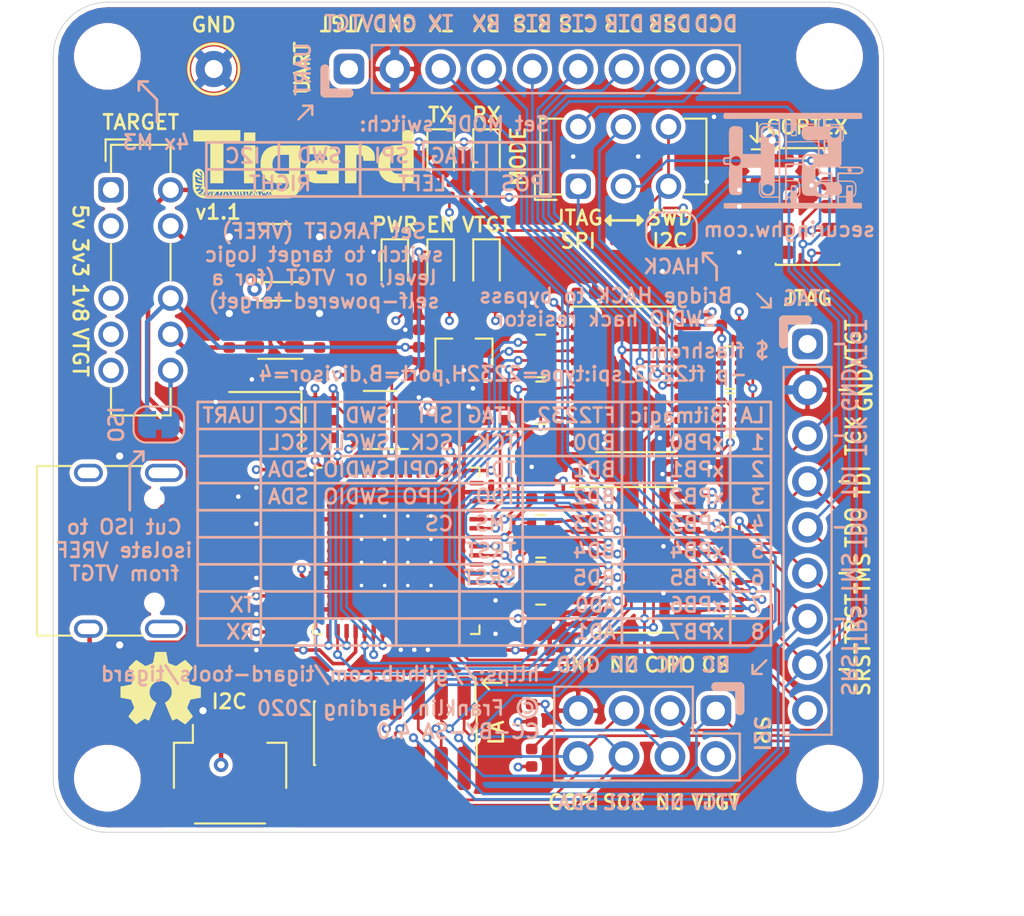
<source format=kicad_pcb>
(kicad_pcb (version 20240108) (generator "pcbnew") (generator_version "8.0")
  (title_block (title "Tigard") (date "2020-10-27") (rev "v1.1") (comment 1 "Copyright Franklin Harding 2020") (comment 2 "Licensed under CC-BY-SA 4.0"))
  (layers (0 "F.Cu" signal) (1 "In1.Cu" power "GND") (2 "In2.Cu" power "PWR") (31 "B.Cu" signal) (34 "B.Paste" user) (35 "F.Paste" user) (36 "B.SilkS" user "B.Silkscreen") (37 "F.SilkS" user "F.Silkscreen") (38 "B.Mask" user) (39 "F.Mask" user) (44 "Edge.Cuts" user))
  (net 0 "")
  (net 1 "GND")
  (net 2 "+5V")
  (net 3 "+1V8")
  (net 4 "+3V3")
  (net 5 "/VPHY")
  (net 6 "/VPLL")
  (net 7 "Net-(C23-Pad1)")
  (net 8 "Net-(C24-Pad1)")
  (net 9 "Net-(D1-Pad2)")
  (net 10 "Net-(D2-Pad1)")
  (net 11 "Net-(D2-Pad2)")
  (net 12 "Net-(D3-Pad2)")
  (net 13 "/RXLED")
  (net 14 "/TXLED")
  (net 15 "Net-(D4-Pad2)")
  (net 16 "/~{ENABLE}")
  (net 17 "Net-(D5-Pad2)")
  (net 18 "/CLK")
  (net 19 "/DI")
  (net 20 "/USB_DP")
  (net 21 "Net-(J1-PadB5)")
  (net 22 "/USB_DN")
  (net 23 "Net-(J1-PadA5)")
  (net 24 "/CS")
  (net 25 "/UART_TX")
  (net 26 "/~{UART_RTS}")
  (net 27 "/~{UART_CTS}")
  (net 28 "/~{UART_DTR}")
  (net 29 "/~{UART_DSR}")
  (net 30 "/~{UART_DCD}")
  (net 31 "Net-(J4-Pad4)")
  (net 32 "Net-(J4-Pad5)")
  (net 33 "Net-(R6-Pad2)")
  (net 34 "Net-(R7-Pad2)")
  (net 35 "/EECS")
  (net 36 "Net-(R13-Pad2)")
  (net 37 "/EECLK")
  (net 38 "/EEDATA")
  (net 39 "Net-(R18-Pad2)")
  (net 40 "Net-(R19-Pad1)")
  (net 41 "/BD0")
  (net 42 "/AD4")
  (net 43 "/AD0")
  (net 44 "/AD2")
  (net 45 "/BD3")
  (net 46 "/BD1")
  (net 47 "/BD4")
  (net 48 "/BD5")
  (net 49 "Net-(RN3-Pad1)")
  (net 50 "Net-(RN3-Pad3)")
  (net 51 "Net-(RN3-Pad2)")
  (net 52 "Net-(RN3-Pad4)")
  (net 53 "Net-(RN4-Pad4)")
  (net 54 "Net-(RN4-Pad2)")
  (net 55 "Net-(RN4-Pad3)")
  (net 56 "Net-(RN4-Pad1)")
  (net 57 "/AD1")
  (net 58 "/AD5")
  (net 59 "/AD3")
  (net 60 "/AD6")
  (net 61 "Net-(RN5-Pad7)")
  (net 62 "Net-(RN5-Pad8)")
  (net 63 "Net-(RN5-Pad6)")
  (net 64 "Net-(RN5-Pad5)")
  (net 65 "Net-(RN6-Pad5)")
  (net 66 "Net-(RN6-Pad6)")
  (net 67 "Net-(RN6-Pad8)")
  (net 68 "Net-(RN6-Pad7)")
  (net 69 "/BD2")
  (net 70 "Net-(RN8-Pad4)")
  (net 71 "Net-(RN8-Pad3)")
  (net 72 "Net-(C25-Pad2)")
  (net 73 "/VBUS")
  (net 74 "/CORTEX_PIN2")
  (net 75 "/SWDIO")
  (net 76 "/xPB5")
  (net 77 "/xPB4")
  (net 78 "/CIPO")
  (net 79 "/COPI")
  (net 80 "VREF")
  (net 81 "VTARGET")
  (net 82 "/ICE_CDONE")
  (net 83 "/BD7")
  (net 84 "/BD6")
  (net 85 "VREG")
  (footprint "MountingHole:MountingHole_3.2mm_M3_ISO7380" (layer "F.Cu") (at 73 73)
    (property "Reference" "H4" (hide yes))
    (property "Value" "MountingHole")
  )
  (footprint "MountingHole:MountingHole_3.2mm_M3_ISO7380" (layer "F.Cu") (at 33 73)
    (property "Reference" "H3" (hide yes))
    (property "Value" "MountingHole")
  )
  (footprint "MountingHole:MountingHole_3.2mm_M3_ISO7380" (layer "F.Cu") (at 73 33)
    (property "Reference" "H2" (hide yes))
    (property "Value" "MountingHole")
  )
  (footprint "MountingHole:MountingHole_3.2mm_M3_ISO7380" (layer "F.Cu") (at 33 33)
    (property "Reference" "H1" (hide yes))
    (property "Value" "MountingHole")
  )
  (footprint "Package_SO:TSSOP-24_4.4x7.8mm_P0.65mm" (layer "F.Cu") (at 62.27 60.9)
    (property "Reference" "U5")
    (property "Value" "SN74LVC8T245")
  )
  (footprint "tigard:PinHeader_2x07_P1.27mm_Vertical_SMD" (layer "F.Cu") (at 48.95 70.51 -90)
    (property "Reference" "J6")
    (property "Value" "LA")
  )
  (footprint "LED_SMD:LED_0603_1608Metric" (layer "F.Cu") (at 54 38.526 -90)
    (property "Reference" "D3")
    (property "Value" "GREEN")
  )
  (footprint "Capacitor_SMD:C_0402_1005Metric" (layer "F.Cu") (at 39.75 48.65 90)
    (property "Reference" "C2")
    (property "Value" "2u2")
  )
  (footprint "Capacitor_SMD:C_0402_1005Metric" (layer "F.Cu") (at 40.25 56.15 -90)
    (property "Reference" "C26")
    (property "Value" "100n")
  )
  (footprint "Capacitor_SMD:C_0402_1005Metric" (layer "F.Cu") (at 32.515 68.15 180)
    (property "Reference" "C25")
    (property "Value" "NF")
  )
  (footprint "tigard:PinHeader_1x09_P2.54mm_Vertical" (layer "F.Cu") (at 46.38 33.7 90)
    (property "Reference" "J3")
    (property "Value" "UART")
  )
  (footprint "LED_SMD:LED_0603_1608Metric" (layer "F.Cu") (at 54 44.622 -90)
    (property "Reference" "D2")
    (property "Value" "BLUE")
  )
  (footprint "Capacitor_SMD:C_0402_1005Metric" (layer "F.Cu") (at 57.015 64.15)
    (property "Reference" "C12")
    (property "Value" "100n")
  )
  (footprint "tigard:SW_ALPS_SSSS224100_DP4T" (layer "F.Cu") (at 33.2 40.4 -90)
    (property "Reference" "SW1")
    (property "Value" "TARGET")
  )
  (footprint "tigard:PinHeader_2x05_P1.27mm_Vertical_SMD" (layer "F.Cu") (at 71.78 41.32)
    (property "Reference" "J5" (hide yes))
    (property "Value" "CORTEX")
  )
  (footprint "Capacitor_SMD:C_0402_1005Metric" (layer "F.Cu") (at 44.75 48.65 90)
    (property "Reference" "C1")
    (property "Value" "2u2")
  )
  (footprint "tigard:Crystal_SMD_3225-4Pin_3.2x2.5mm_RoundRect" (layer "F.Cu") (at 41.75 53.25 180)
    (property "Reference" "Y1")
    (property "Value" "12MHz")
  )
  (footprint "Capacitor_SMD:C_0402_1005Metric" (layer "F.Cu") (at 56.5 57.015 90)
    (property "Reference" "C16")
    (property "Value" "100n")
  )
  (footprint "tigard:R_Array_Convex_4x0402_RoundRect" (layer "F.Cu") (at 57 62.2)
    (property "Reference" "RN2")
    (property "Value" "100k")
  )
  (footprint "tigard:R_Array_Convex_4x0402_RoundRect" (layer "F.Cu") (at 67.5 62.85)
    (property "Reference" "RN4")
    (property "Value" "100")
  )
  (footprint "Resistor_SMD:R_0402_1005Metric" (layer "F.Cu") (at 45 52.15)
    (property "Reference" "R12")
    (property "Value" "10k")
  )
  (footprint "Capacitor_SMD:C_0402_1005Metric" (layer "F.Cu") (at 42.515 65.9 180)
    (property "Reference" "C14")
    (property "Value" "100n")
  )
  (footprint "LED_SMD:LED_0603_1608Metric" (layer "F.Cu") (at 48.92 44.622 -90)
    (property "Reference" "D1")
    (property "Value" "YELLOW")
  )
  (footprint "Capacitor_SMD:C_0402_1005Metric" (layer "F.Cu") (at 42.515 63.9 180)
    (property "Reference" "C11")
    (property "Value" "100n")
  )
  (footprint "Resistor_SMD:R_0402_1005Metric" (layer "F.Cu") (at 61.62 43.15)
    (property "Reference" "R16")
    (property "Value" "330")
  )
  (footprint "Resistor_SMD:R_0402_1005Metric" (layer "F.Cu") (at 47.015 50.65)
    (property "Reference" "R14")
    (property "Value" "10k")
  )
  (footprint "Resistor_SMD:R_0402_1005Metric" (layer "F.Cu") (at 32.5 66.9 180)
    (property "Reference" "R3")
    (property "Value" "1M")
  )
  (footprint "Inductor_SMD:L_0402_1005Metric" (layer "F.Cu") (at 39 56.135 -90)
    (property "Reference" "FB3")
    (property "Value" "600R, 0.5A")
  )
  (footprint "tigard:OSHW-Symbol_4.4x4mm_SilkScreen" (layer "F.Cu") (at 35.95 68.01)
    (property "Reference" "LOGO1" (hide yes))
    (property "Value" "Logo_Open_Hardware_Small" (hide yes))
  )
  (footprint "Resistor_SMD:R_0402_1005Metric" (layer "F.Cu") (at 57.015 47.4 180)
    (property "Reference" "R19")
    (property "Value" "10k")
  )
  (footprint "Resistor_SMD:R_0402_1005Metric" (layer "F.Cu") (at 54 46.908 180)
    (property "Reference" "R5")
    (property "Value" "330")
  )
  (footprint "Capacitor_SMD:C_0402_1005Metric" (layer "F.Cu") (at 54 53.635 90)
    (property "Reference" "C9")
    (property "Value" "2u2")
  )
  (footprint "Package_SO:TSSOP-24_4.4x7.8mm_P0.65mm" (layer "F.Cu") (at 62.27 50.9)
    (property "Reference" "U6")
    (property "Value" "SN74LVC8T245")
  )
  (footprint "Resistor_SMD:R_0402_1005Metric" (layer "F.Cu") (at 48.943 46.908 180)
    (property "Reference" "R4")
    (property "Value" "330")
  )
  (footprint "Capacitor_SMD:C_0402_1005Metric" (layer "F.Cu") (at 42.235 50.9 180)
    (property "Reference" "C23")
    (property "Value" "30pF")
  )
  (footprint "tigard:R_Array_Convex_4x0402_RoundRect" (layer "F.Cu") (at 57 59.6)
    (property "Reference" "RN1")
    (property "Value" "100k")
  )
  (footprint "Inductor_SMD:L_0402_1005Metric" (layer "F.Cu") (at 42.515 62.9)
    (property "Reference" "FB2")
    (property "Value" "600R, 0.5A")
  )
  (footprint "tigard:SW_CuK_JS202011CQN_DPDT_Straight" (layer "F.Cu") (at 59.08 40.2)
    (property "Reference" "SW2")
    (property "Value" "MODE")
  )
  (footprint "Resistor_SMD:R_0402_1005Metric" (layer "F.Cu") (at 50.75 53.635 -90)
    (property "Reference" "R13")
    (property "Value" "10k")
  )
  (footprint "tigard:R_Array_Convex_4x0402_RoundRect" (layer "F.Cu") (at 57 49.6)
    (property "Reference" "RN5")
    (property "Value" "100")
  )
  (footprint "tigard:SOT-23-6_RoundRect" (layer "F.Cu") (at 48.1 53.15 180)
    (property "Reference" "U4")
    (property "Value" "93LC46BT-I/OT")
  )
  (footprint "Resistor_SMD:R_0402_1005Metric" (layer "F.Cu") (at 56.5 71.87 -90)
    (property "Reference" "R20")
    (property "Value" "10k")
  )
  (footprint "Capacitor_SMD:C_0402_1005Metric" (layer "F.Cu") (at 44.75 44.4 90)
    (property "Reference" "C3")
    (property "Value" "2u2")
  )
  (footprint "Resistor_SMD:R_0402_1005Metric" (layer "F.Cu") (at 51.46 46.908)
    (property "Reference" "R11")
    (property "Value" "330")
  )
  (footprint "Capacitor_SMD:C_0402_1005Metric" (layer "F.Cu") (at 59.485 46.135)
    (property "Reference" "C19")
    (property "Value" "100n")
  )
  (footprint "tigard:SOT-23-5_RoundRect" (layer "F.Cu") (at 42.25 48.15 180)
    (property "Reference" "U1")
    (property "Value" "AP7365-18")
  )
  (footprint "tigard:R_Array_Convex_4x0402_RoundRect" (layer "F.Cu") (at 67.5 60.25)
    (property "Reference" "RN3")
    (property "Value" "100")
  )
  (footprint "Capacitor_SMD:C_0402_1005Metric" (layer "F.Cu") (at 45.5 53.65 -90)
    (property "Reference" "C18")
    (property "Value" "100n")
  )
  (footprint "Resistor_SMD:R_0402_1005Metric" (layer "F.Cu") (at 39 62.415 -90)
    (property "Reference" "R2" (hide yes))
    (property "Value" "5k1")
  )
  (footprint "Capacitor_SMD:C_0402_1005Metric" (layer "F.Cu") (at 42.515 56.9 180)
    (property "Reference" "C6")
    (property "Value" "2u2")
  )
  (footprint "Capacitor_SMD:C_0402_1005Metric" (layer "F.Cu") (at 52 53.635 90)
    (property "Reference" "C17")
    (property "Value" "100n")
  )
  (footprint "tigard:USB_C_Receptacle_HRO_TYPE-C-31-M-12" (layer "F.Cu") (at 33 60.4 -90)
    (property "Reference" "J1")
    (property "Value" "USB_C_Receptacle_USB2.0")
  )
  (footprint "Resistor_SMD:R_0402_1005Metric" (layer "F.Cu") (at 39 58.4 -90)
    (property "Reference" "R1")
    (property "Value" "5k1")
  )
  (footprint "tigard:PinHeader_2x04_P2.54mm_Vertical" (layer "F.Cu") (at 66.7 69.26 -90)
    (property "Reference" "J4")
    (property "Value" "SPI")
  )
  (footprint "Resistor_SMD:R_0402_1005Metric" (layer "F.Cu") (at 57.5 57.015 -90)
    (property "Reference" "R18")
    (property "Value" "10k")
  )
  (footprint "Resistor_SMD:R_0402_1005Metric" (layer "F.Cu") (at 42.515 58.9)
    (property "Reference" "R6")
    (property "Value" "12k, 1%")
  )
  (footprint "Resistor_SMD:R_0402_1005Metric" (layer "F.Cu") (at 51.46 40.812)
    (property "Reference" "R9")
    (property "Value" "330")
  )
  (footprint "tigard:SOT-23_RoundRect" (layer "F.Cu") (at 52.75 49.4 90)
    (property "Reference" "Q1")
    (property "Value" "BSH103")
  )
  (footprint "Resistor_SMD:R_0402_1005Metric" (layer "F.Cu") (at 56.5 69.385 90)
    (property "Reference" "R21")
    (property "Value" "10k")
  )
  (footprint "Resistor_SMD:R_0402_1005Metric" (layer "F.Cu") (at 49.235 50.65)
    (property "Reference" "R15")
    (property "Value" "2.2k")
  )
  (footprint "Resistor_SMD:R_0402_1005Metric" (layer "F.Cu") (at 67.515 47.9 180)
    (property "Reference" "R10")
    (property "Value" "10k")
  )
  (footprint "Capacitor_SMD:C_0402_1005Metric" (layer "F.Cu") (at 59.515 56.135)
    (property "Reference" "C20")
    (property "Value" "100n")
  )
  (footprint "Capacitor_SMD:C_0402_1005Metric" (layer "F.Cu") (at 42.515 57.9 180)
    (property "Reference" "C5")
    (property "Value" "100n")
  )
  (footprint "Resistor_SMD:R_0402_1005Metric" (layer "F.Cu") (at 42.515 64.9)
    (property "Reference" "R7")
    (property "Value" "10k")
  )
  (footprint "Resistor_SMD:R_0402_1005Metric" (layer "F.Cu") (at 54.023 40.812)
    (property "Reference" "R8")
    (property "Value" "330")
  )
  (footprint "tigard:SOT-23-5_RoundRect" (layer "F.Cu") (at 42.25 43.9 180)
    (property "Reference" "U2")
    (property "Value" "AP7365-33")
  )
  (footprint "tigard:R_Array_Convex_4x0402_RoundRect" (layer "F.Cu") (at 67.5 50.25)
    (property "Reference" "RN7")
    (property "Value" "100k")
  )
  (footprint "Capacitor_SMD:C_0402_1005Metric" (layer "F.Cu") (at 42.515 61.9 180)
    (property "Reference" "C7")
    (property "Value" "2u2")
  )
  (footprint "Capacitor_SMD:C_0402_1005Metric" (layer "F.Cu") (at 42.515 60.9 180)
    (property "Reference" "C8")
    (property "Value" "100n")
  )
  (footprint "Inductor_SMD:L_0402_1005Metric" (layer "F.Cu") (at 42.515 55.9)
    (property "Reference" "FB1")
    (property "Value" "600R, 0.5A")
  )
  (footprint "Capacitor_SMD:C_0402_1005Metric" (layer "F.Cu") (at 57.015 65.9)
    (property "Reference" "C15")
    (property "Value" "100n")
  )
  (footprint "tigard:R_Array_Convex_4x0402_RoundRect" (layer "F.Cu") (at 67.5 52.85)
    (property "Reference" "RN8")
    (property "Value" "100k")
  )
  (footprint "tigard:R_Array_Convex_4x0402_RoundRect" (layer "F.Cu") (at 57 52.2)
    (property "Reference" "RN6")
    (property "Value" "100")
  )
  (footprint "Resistor_SMD:R_0402_1005Metric" (layer "F.Cu") (at 65.015 44.9 180)
    (property "Reference" "R17")
    (property "Value" "1M")
  )
  (footprint "Capacitor_SMD:C_0402_1005Metric" (layer "F.Cu") (at 44.5 53.65 90)
    (property "Reference" "C13")
    (property "Value" "100n")
  )
  (footprint "LED_SMD:LED_0603_1608Metric" (layer "F.Cu") (at 51.46 38.526 -90)
    (property "Reference" "D4")
    (property "Value" "YELLOW")
  )
  (footprint "LED_SMD:LED_0603_1608Metric" (layer "F.Cu") (at 51.46 44.622 -90)
    (property "Reference" "D5")
    (property "Value" "GREEN")
  )
  (footprint "Capacitor_SMD:C_0402_1005Metric" (layer "F.Cu") (at 53 53.635 90)
    (property "Reference" "C10")
    (property "Value" "2u2")
  )
  (footprint "Capacitor_SMD:C_0402_1005Metric" (layer "F.Cu") (at 39.75 44.385 90)
    (property "Reference" "C4")
    (property "Value" "2u2")
  )
  (footprint "Package_DFN_QFN:QFN-64-1EP_9x9mm_P0.5mm_EP4.35x4.35mm_ThermalVias" (layer "F.Cu") (at 49 60.4)
    (property "Reference" "U3")
    (property "Value" "FT2232HQ")
  )
  (footprint "Capacitor_SMD:C_0402_1005Metric" (layer "F.Cu") (at 64.985 56.15 180)
    (property "Reference" "C22")
    (property "Value" "100n")
  )
  (footprint "Capacitor_SMD:C_0402_1005Metric" (layer "F.Cu") (at 39 53.635 90)
    (property "Reference" "C24")
    (property "Value" "30pF")
  )
  (footprint "Resistor_SMD:R_0402_1005Metric" (layer "F.Cu") (at 50.25 48.635 -90)
    (property "Reference" "R24" (hide yes))
    (property "Value" "10k")
  )
  (footprint "Capacitor_SMD:C_0402_1005Metric" (layer "F.Cu") (at 65.015 46.135 180)
    (property "Reference" "C21")
    (property "Value" "100n")
  )
  (footprint "Connector_JST:JST_SH_SM04B-SRSS-TB_1x04-1MP_P1.00mm_Horizontal" (layer "F.Cu") (at 39.795 72.825)
    (property "Reference" "J7" (hide yes))
    (property "Value" "I2C")
  )
  (footprint "TestPoint:TestPoint_Keystone_5000-5004_Miniature" (layer "F.Cu") (at 38.89 33.7 180)
    (property "Reference" "TP1")
    (property "Value" "GND")
  )
  (footprint "tigard:PinHeader_1x09_P2.54mm_Vertical" (layer "F.Cu") (at 71.78 48.94)
    (property "Reference" "J2")
    (property "Value" "JTAG")
  )
  (footprint "Resistor_SMD:R_0402_1005Metric" (layer "F.Cu") (at 55 53.65 -90)
    (property "Reference" "R22")
    (property "Value" "2k2")
  )
  (footprint "tigard:Tigard_Logo" (layer "F.Cu") (at 43.84 38.9832)
    (property "Reference" "G***" (hide yes))
    (property "Value" "LOGO" (hide yes))
  )
  (footprint "tigard:Securing_Hardware_Logo" (layer "B.Cu") (at 71.018 38.78 180)
    (property "Reference" "LOGO2")
    (property "Value" "Logo_SH")
  )
  (footprint "Jumper:SolderJumper-2_P1.3mm_Bridged_RoundedPad1.0x1.5mm" (layer "B.Cu") (at 35.85 53.4 180)
    (property "Reference" "JP1")
    (property "Value" "ISO")
  )
  (footprint "Jumper:SolderJumper-2_P1.3mm_Open_RoundedPad1.0x1.5mm" (layer "B.Cu") (at 64.25 42.65 180)
    (property "Reference" "JP2")
    (property "Value" "HACK")
  )
  (gr_line (start 69.75 53.65) (end 69.75 65.65) (stroke (width 0.15)) (layer "B.SilkS"))
  (gr_line (start 67.5 53.65) (end 67.5 65.65) (stroke (width 0.15)) (layer "B.SilkS"))
  (gr_line (start 68 65.65) (end 69.75 65.65) (stroke (width 0.15)) (layer "B.SilkS"))
  (gr_line (start 69.75 64.15) (end 68 64.15) (stroke (width 0.15)) (layer "B.SilkS"))
  (gr_line (start 69.75 62.65) (end 68 62.65) (stroke (width 0.15)) (layer "B.SilkS"))
  (gr_line (start 69.75 61.15) (end 68 61.15) (stroke (width 0.15)) (layer "B.SilkS"))
  (gr_line (start 69.75 59.65) (end 68 59.65) (stroke (width 0.15)) (layer "B.SilkS"))
  (gr_line (start 69.75 58.15) (end 68 58.15) (stroke (width 0.15)) (layer "B.SilkS"))
  (gr_line (start 69.75 56.65) (end 68 56.65) (stroke (width 0.15)) (layer "B.SilkS"))
  (gr_line (start 69.75 55.15) (end 68 55.15) (stroke (width 0.15)) (layer "B.SilkS"))
  (gr_line (start 67.5 55.15) (end 62 55.15) (stroke (width 0.15)) (layer "B.SilkS"))
  (gr_line (start 61.5 55.15) (end 61.5 53.65) (stroke (width 0.15)) (layer "B.SilkS"))
  (gr_line (start 56 53.65) (end 56 55.15) (stroke (width 0.15)) (layer "B.SilkS"))
  (gr_line (start 56 55.15) (end 61.5 55.15) (stroke (width 0.15)) (layer "B.SilkS"))
  (gr_line (start 53.5 52.15) (end 53 52.15) (stroke (width 0.15)) (layer "B.SilkS"))
  (gr_line (start 53 53.65) (end 53.5 53.65) (stroke (width 0.15)) (layer "B.SilkS"))
  (gr_line (start 46 52.15) (end 44.5 52.15) (stroke (width 0.15)) (layer "B.SilkS"))
  (gr_line (start 46 53.65) (end 44.5 53.65) (stroke (width 0.15)) (layer "B.SilkS"))
  (gr_line (start 56 55.15) (end 53 55.15) (stroke (width 0.15)) (layer "B.SilkS"))
  (gr_line (start 52.5 55.15) (end 52.5 53.65) (stroke (width 0.15)) (layer "B.SilkS"))
  (gr_line (start 49 53.65) (end 49 55.15) (stroke (width 0.15)) (layer "B.SilkS"))
  (gr_line (start 49.5 55.15) (end 52.5 55.15) (stroke (width 0.15)) (layer "B.SilkS"))
  (gr_line (start 48.75 55.15) (end 44.5 55.15) (stroke (width 0.15)) (layer "B.SilkS"))
  (gr_line (start 44.5 55.15) (end 44.5 53.65) (stroke (width 0.15)) (layer "B.SilkS"))
  (gr_line (start 41.5 53.65) (end 41.5 55.15) (stroke (width 0.15)) (layer "B.SilkS"))
  (gr_line (start 42 55.15) (end 44.5 55.15) (stroke (width 0.15)) (layer "B.SilkS"))
  (gr_line (start 41.5 55.15) (end 38 55.15) (stroke (width 0.15)) (layer "B.SilkS"))
  (gr_line (start 38 55.15) (end 38 53.65) (stroke (width 0.15)) (layer "B.SilkS"))
  (gr_line (start 61.5 55.15) (end 61.5 65.65) (stroke (width 0.15)) (layer "B.SilkS"))
  (gr_line (start 62 65.65) (end 67.5 65.65) (stroke (width 0.15)) (layer "B.SilkS"))
  (gr_line (start 67.5 64.15) (end 62 64.15) (stroke (width 0.15)) (layer "B.SilkS"))
  (gr_line (start 67.5 62.65) (end 62 62.65) (stroke (width 0.15)) (layer "B.SilkS"))
  (gr_line (start 67.5 61.15) (end 62 61.15) (stroke (width 0.15)) (layer "B.SilkS"))
  (gr_line (start 67.5 59.65) (end 62 59.65) (stroke (width 0.15)) (layer "B.SilkS"))
  (gr_line (start 67.5 58.15) (end 62 58.15) (stroke (width 0.15)) (layer "B.SilkS"))
  (gr_line (start 67.5 56.65) (end 62 56.65) (stroke (width 0.15)) (layer "B.SilkS"))
  (gr_line (start 61.5 56.65) (end 56 56.65) (stroke (width 0.15)) (layer "B.SilkS"))
  (gr_line (start 56 56.65) (end 56 55.15) (stroke (width 0.15)) (layer "B.SilkS"))
  (gr_line (start 61.5 58.15) (end 56 58.15) (stroke (width 0.15)) (layer "B.SilkS"))
  (gr_line (start 56 58.15) (end 56 56.65) (stroke (width 0.15)) (layer "B.SilkS"))
  (gr_line (start 61.5 59.65) (end 56 59.65) (stroke (width 0.15)) (layer "B.SilkS"))
  (gr_line (start 56 59.65) (end 56 58.15) (stroke (width 0.15)) (layer "B.SilkS"))
  (gr_line (start 61.5 61.15) (end 56 61.15) (stroke (width 0.15)) (layer "B.SilkS"))
  (gr_line (start 56 61.15) (end 56 59.65) (stroke (width 0.15)) (layer "B.SilkS"))
  (gr_line (start 61.5 62.65) (end 56 62.65) (stroke (width 0.15)) (layer "B.SilkS"))
  (gr_line (start 56 62.65) (end 56 61.15) (stroke (width 0.15)) (layer "B.SilkS"))
  (gr_line (start 61.5 64.15) (end 56 64.15) (stroke (width 0.15)) (layer "B.SilkS"))
  (gr_line (start 56 64.15) (end 56 62.65) (stroke (width 0.15)) (layer "B.SilkS"))
  (gr_line (start 61.5 65.65) (end 56 65.65) (stroke (width 0.15)) (layer "B.SilkS"))
  (gr_line (start 56 65.65) (end 56 64.15) (stroke (width 0.15)) (layer "B.SilkS"))
  (gr_line (start 56 56.65) (end 53 56.65) (stroke (width 0.15)) (layer "B.SilkS"))
  (gr_line (start 52.5 56.65) (end 52.5 55.15) (stroke (width 0.15)) (layer "B.SilkS"))
  (gr_line (start 56 58.15) (end 53 58.15) (stroke (width 0.15)) (layer "B.SilkS"))
  (gr_line (start 52.5 58.15) (end 52.5 56.65) (stroke (width 0.15)) (layer "B.SilkS"))
  (gr_line (start 56 59.65) (end 53 59.65) (stroke (width 0.15)) (layer "B.SilkS"))
  (gr_line (start 52.5 59.65) (end 52.5 58.15) (stroke (width 0.15)) (layer "B.SilkS"))
  (gr_line (start 56 61.15) (end 53 61.15) (stroke (width 0.15)) (layer "B.SilkS"))
  (gr_line (start 52.5 61.15) (end 52.5 59.65) (stroke (width 0.15)) (layer "B.SilkS"))
  (gr_line (start 56 62.65) (end 53 62.65) (stroke (width 0.15)) (layer "B.SilkS"))
  (gr_line (start 52.5 61.15) (end 52.5 62.65) (stroke (width 0.15)) (layer "B.SilkS"))
  (gr_line (start 56 64.15) (end 53 64.15) (stroke (width 0.15)) (layer "B.SilkS"))
  (gr_line (start 52.5 64.15) (end 52.5 62.65) (stroke (width 0.15)) (layer "B.SilkS"))
  (gr_line (start 56 65.65) (end 53 65.65) (stroke (width 0.15)) (layer "B.SilkS"))
  (gr_line (start 52.5 65.65) (end 52.5 64.15) (stroke (width 0.15)) (layer "B.SilkS"))
  (gr_line (start 52.5 56.65) (end 49.5 56.65) (stroke (width 0.15)) (layer "B.SilkS"))
  (gr_line (start 49 56.65) (end 49 55.15) (stroke (width 0.15)) (layer "B.SilkS"))
  (gr_line (start 52.5 58.15) (end 49.5 58.15) (stroke (width 0.15)) (layer "B.SilkS"))
  (gr_line (start 49 58.15) (end 49 56.65) (stroke (width 0.15)) (layer "B.SilkS"))
  (gr_line (start 52.5 59.65) (end 49.5 59.65) (stroke (width 0.15)) (layer "B.SilkS"))
  (gr_line (start 49 59.65) (end 49 58.15) (stroke (width 0.15)) (layer "B.SilkS"))
  (gr_line (start 52.5 61.15) (end 49.5 61.15) (stroke (width 0.15)) (layer "B.SilkS"))
  (gr_line (start 49 61.15) (end 49 59.65) (stroke (width 0.15)) (layer "B.SilkS"))
  (gr_line (start 52.5 62.65) (end 49.5 62.65) (stroke (width 0.15)) (layer "B.SilkS"))
  (gr_line (start 49 62.65) (end 49 61.15) (stroke (width 0.15)) (layer "B.SilkS"))
  (gr_line (start 52.5 64.15) (end 49.5 64.15) (stroke (width 0.15)) (layer "B.SilkS"))
  (gr_line (start 49 64.15) (end 49 62.65) (stroke (width 0.15)) (layer "B.SilkS"))
  (gr_line (start 52.5 65.65) (end 49.5 65.65) (stroke (width 0.15)) (layer "B.SilkS"))
  (gr_line (start 49 65.65) (end 49 64.15) (stroke (width 0.15)) (layer "B.SilkS"))
  (gr_line (start 49 56.65) (end 44.5 56.65) (stroke (width 0.15)) (layer "B.SilkS"))
  (gr_line (start 44.5 56.65) (end 44.5 55.15) (stroke (width 0.15)) (layer "B.SilkS"))
  (gr_line (start 49 58.15) (end 44.5 58.15) (stroke (width 0.15)) (layer "B.SilkS"))
  (gr_line (start 44.5 56.65) (end 44.5 58.15) (stroke (width 0.15)) (layer "B.SilkS"))
  (gr_line (start 49 59.65) (end 44.5 59.65) (stroke (width 0.15)) (layer "B.SilkS"))
  (gr_line (start 44.5 59.65) (end 44.5 58.15) (stroke (width 0.15)) (layer "B.SilkS"))
  (gr_line (start 49 61.15) (end 44.5 61.15) (stroke (width 0.15)) (layer "B.SilkS"))
  (gr_line (start 44.5 61.15) (end 44.5 59.65) (stroke (width 0.15)) (layer "B.SilkS"))
  (gr_line (start 49 62.65) (end 44.5 62.65) (stroke (width 0.15)) (layer "B.SilkS"))
  (gr_line (start 44.5 62.65) (end 44.5 61.15) (stroke (width 0.15)) (layer "B.SilkS"))
  (gr_line (start 49 64.15) (end 44.5 64.15) (stroke (width 0.15)) (layer "B.SilkS"))
  (gr_line (start 44.5 64.15) (end 44.5 62.65) (stroke (width 0.15)) (layer "B.SilkS"))
  (gr_line (start 49 65.65) (end 44.5 65.65) (stroke (width 0.15)) (layer "B.SilkS"))
  (gr_line (start 44.5 65.65) (end 44.5 64.15) (stroke (width 0.15)) (layer "B.SilkS"))
  (gr_line (start 44.5 56.65) (end 42 56.65) (stroke (width 0.15)) (layer "B.SilkS"))
  (gr_line (start 41.5 56.65) (end 41.5 55.15) (stroke (width 0.15)) (layer "B.SilkS"))
  (gr_line (start 41.5 56.65) (end 38 56.65) (stroke (width 0.15)) (layer "B.SilkS"))
  (gr_line (start 38 56.65) (end 38 55.15) (stroke (width 0.15)) (layer "B.SilkS"))
  (gr_line (start 44.5 58.15) (end 42 58.15) (stroke (width 0.15)) (layer "B.SilkS"))
  (gr_line (start 41.5 58.15) (end 41.5 56.65) (stroke (width 0.15)) (layer "B.SilkS"))
  (gr_line (start 41.5 58.15) (end 38 58.15) (stroke (width 0.15)) (layer "B.SilkS"))
  (gr_line (start 38 58.15) (end 38 56.65) (stroke (width 0.15)) (layer "B.SilkS"))
  (gr_line (start 44.5 59.65) (end 42 59.65) (stroke (width 0.15)) (layer "B.SilkS"))
  (gr_line (start 41.5 59.65) (end 41.5 58.15) (stroke (width 0.15)) (layer "B.SilkS"))
  (gr_line (start 41.5 59.65) (end 38 59.65) (stroke (width 0.15)) (layer "B.SilkS"))
  (gr_line (start 38 59.65) (end 38 58.15) (stroke (width 0.15)) (layer "B.SilkS"))
  (gr_line (start 44.5 61.15) (end 42 61.15) (stroke (width 0.15)) (layer "B.SilkS"))
  (gr_line (start 41.5 61.15) (end 41.5 59.65) (stroke (width 0.15)) (layer "B.SilkS"))
  (gr_line (start 41.5 61.15) (end 38 61.15) (stroke (width 0.15)) (layer "B.SilkS"))
  (gr_line (start 38 61.15) (end 38 59.65) (stroke (width 0.15)) (layer "B.SilkS"))
  (gr_line (start 44.5 62.65) (end 42 62.65) (stroke (width 0.15)) (layer "B.SilkS"))
  (gr_line (start 41.5 62.65) (end 41.5 61.15) (stroke (width 0.15)) (layer "B.SilkS"))
  (gr_line (start 41.5 62.65) (end 38 62.65) (stroke (width 0.15)) (layer "B.SilkS"))
  (gr_line (start 38 62.65) (end 38 61.15) (stroke (width 0.15)) (layer "B.SilkS"))
  (gr_line (start 44.5 64.15) (end 42 64.15) (stroke (width 0.15)) (layer "B.SilkS"))
  (gr_line (start 41.5 64.15) (end 41.5 62.65) (stroke (width 0.15)) (layer "B.SilkS"))
  (gr_line (start 41.5 64.15) (end 38 64.15) (stroke (width 0.15)) (layer "B.SilkS"))
  (gr_line (start 38 64.15) (end 38 62.65) (stroke (width 0.15)) (layer "B.SilkS"))
  (gr_line (start 44.5 65.65) (end 42 65.65) (stroke (width 0.15)) (layer "B.SilkS"))
  (gr_line (start 41.5 65.65) (end 41.5 64.15) (stroke (width 0.15)) (layer "B.SilkS"))
  (gr_line (start 41.5 65.65) (end 38 65.65) (stroke (width 0.15)) (layer "B.SilkS"))
  (gr_line (start 38 65.65) (end 38 64.15) (stroke (width 0.15)) (layer "B.SilkS"))
  (gr_line (start 53 52.15) (end 52.5 52.15) (stroke (width 0.15)) (layer "B.SilkS"))
  (gr_line (start 53 53.65) (end 52.5 53.65) (stroke (width 0.15)) (layer "B.SilkS"))
  (gr_line (start 53 55.15) (end 52.5 55.15) (stroke (width 0.15)) (layer "B.SilkS"))
  (gr_line (start 53 56.65) (end 52.5 56.65) (stroke (width 0.15)) (layer "B.SilkS"))
  (gr_line (start 53 58.15) (end 52.5 58.15) (stroke (width 0.15)) (layer "B.SilkS"))
  (gr_line (start 53 59.65) (end 52.5 59.65) (stroke (width 0.15)) (layer "B.SilkS"))
  (gr_line (start 53 61.15) (end 52.5 61.15) (stroke (width 0.15)) (layer "B.SilkS"))
  (gr_line (start 53 62.65) (end 52.5 62.65) (stroke (width 0.15)) (layer "B.SilkS"))
  (gr_line (start 53 64.15) (end 52.5 64.15) (stroke (width 0.15)) (layer "B.SilkS"))
  (gr_line (start 53 65.65) (end 52.5 65.65) (stroke (width 0.15)) (layer "B.SilkS"))
  (gr_line (start 49.5 52.15) (end 49 52.15) (stroke (width 0.15)) (layer "B.SilkS"))
  (gr_line (start 49 53.65) (end 49.5 53.65) (stroke (width 0.15)) (layer "B.SilkS"))
  (gr_line (start 49.5 55.15) (end 49 55.15) (stroke (width 0.15)) (layer "B.SilkS"))
  (gr_line (start 49 56.65) (end 49.5 56.65) (stroke (width 0.15)) (layer "B.SilkS"))
  (gr_line (start 49.5 58.15) (end 49 58.15) (stroke (width 0.15)) (layer "B.SilkS"))
  (gr_line (start 49.5 59.65) (end 49 59.65) (stroke (width 0.15)) (layer "B.SilkS"))
  (gr_line (start 49.5 61.15) (end 49 61.15) (stroke (width 0.15)) (layer "B.SilkS"))
  (gr_line (start 49.5 62.65) (end 49 62.65) (stroke (width 0.15)) (layer "B.SilkS"))
  (gr_line (start 49.5 64.15) (end 49 64.15) (stroke (width 0.15)) (layer "B.SilkS"))
  (gr_line (start 49.5 65.65) (end 49 65.65) (stroke (width 0.15)) (layer "B.SilkS"))
  (gr_line (start 41.5 52.15) (end 42 52.15) (stroke (width 0.15)) (layer "B.SilkS"))
  (gr_line (start 42 53.65) (end 41.5 53.65) (stroke (width 0.15)) (layer "B.SilkS"))
  (gr_line (start 41.5 55.15) (end 42 55.15) (stroke (width 0.15)) (layer "B.SilkS"))
  (gr_line (start 42 56.65) (end 41.5 56.65) (stroke (width 0.15)) (layer "B.SilkS"))
  (gr_line (start 42 58.15) (end 41.5 58.15) (stroke (width 0.15)) (layer "B.SilkS"))
  (gr_line (start 41.5 59.65) (end 42 59.65) (stroke (width 0.15)) (layer "B.SilkS"))
  (gr_line (start 42 61.15) (end 41.5 61.15) (stroke (width 0.15)) (layer "B.SilkS"))
  (gr_line (start 41.5 62.65) (end 42 62.65) (stroke (width 0.15)) (layer "B.SilkS"))
  (gr_line (start 42 64.15) (end 41.5 64.15) (stroke (width 0.15)) (layer "B.SilkS"))
  (gr_line (start 41.5 65.65) (end 42 65.65) (stroke (width 0.15)) (layer "B.SilkS"))
  (gr_line (start 48.75 55.15) (end 49 55.15) (stroke (width 0.15)) (layer "B.SilkS"))
  (gr_line (start 38.984 37.764) (end 40 37.764) (stroke (width 0.15)) (layer "B.SilkS"))
  (gr_line (start 73.304 64.18) (end 73.812 64.18) (stroke (width 0.15)) (layer "B.SilkS"))
  (gr_line (start 73.304 59.1) (end 73.812 59.1) (stroke (width 0.15)) (layer "B.SilkS"))
  (gr_line (start 73.304 54.02) (end 73.812 54.02) (stroke (width 0.15)) (layer "B.SilkS"))
  (gr_line (start 73.304 48.94) (end 73.812 48.94) (stroke (width 0.15)) (layer "B.SilkS"))
  (gr_line (start 69.75 52.15) (end 69.75 53.65) (stroke (width 0.15)) (layer "B.SilkS"))
  (gr_line (start 69.75 53.65) (end 68 53.65) (stroke (width 0.15)) (layer "B.SilkS"))
  (gr_line (start 67.5 53.65) (end 67.5 52.15) (stroke (width 0.15)) (layer "B.SilkS"))
  (gr_line (start 68 52.15) (end 69.75 52.15) (stroke (width 0.15)) (layer "B.SilkS"))
  (gr_line (start 67.5 52.15) (end 62 52.15) (stroke (width 0.15)) (layer "B.SilkS"))
  (gr_line (start 61.5 52.15) (end 61.5 53.65) (stroke (width 0.15)) (layer "B.SilkS"))
  (gr_line (start 62 53.65) (end 67.5 53.65) (stroke (width 0.15)) (layer "B.SilkS"))
  (gr_line (start 61.5 52.15) (end 56 52.15) (stroke (width 0.15)) (layer "B.SilkS"))
  (gr_line (start 56 52.15) (end 56 53.65) (stroke (width 0.15)) (layer "B.SilkS"))
  (gr_line (start 56 53.65) (end 61.5 53.65) (stroke (width 0.15)) (layer "B.SilkS"))
  (gr_line (start 56 52.15) (end 53.5 52.15) (stroke (width 0.15)) (layer "B.SilkS"))
  (gr_line (start 52.5 52.15) (end 52.5 53.65) (stroke (width 0.15)) (layer "B.SilkS"))
  (gr_line (start 53.5 53.65) (end 56 53.65) (stroke (width 0.15)) (layer "B.SilkS"))
  (gr_line (start 52.5 52.15) (end 49.5 52.15) (stroke (width 0.15)) (layer "B.SilkS"))
  (gr_line (start 49 52.15) (end 49 53.65) (stroke (width 0.15)) (layer "B.SilkS"))
  (gr_line (start 49.5 53.65) (end 52.5 53.65) (stroke (width 0.15)) (layer "B.SilkS"))
  (gr_line (start 49 52.15) (end 46 52.15) (stroke (width 0.15)) (layer "B.SilkS"))
  (gr_line (start 44.5 52.15) (end 44.5 53.65) (stroke (width 0.15)) (layer "B.SilkS"))
  (gr_line (start 46 53.65) (end 49 53.65) (stroke (width 0.15)) (layer "B.SilkS"))
  (gr_line (start 44.5 52.15) (end 42 52.15) (stroke (width 0.15)) (layer "B.SilkS"))
  (gr_line (start 41.5 52.15) (end 41.5 53.65) (stroke (width 0.15)) (layer "B.SilkS"))
  (gr_line (start 42 53.65) (end 44.5 53.65) (stroke (width 0.15)) (layer "B.SilkS"))
  (gr_line (start 41.5 52.15) (end 38.25 52.15) (stroke (width 0.15)) (layer "B.SilkS"))
  (gr_line (start 38.25 52.15) (end 38 52.15) (stroke (width 0.15)) (layer "B.SilkS"))
  (gr_line (start 38 52.15) (end 38 53.65) (stroke (width 0.15)) (layer "B.SilkS"))
  (gr_line (start 38 53.65) (end 41.5 53.65) (stroke (width 0.15)) (layer "B.SilkS"))
  (gr_line (start 68 52.15) (end 67.5 52.15) (stroke (width 0.15)) (layer "B.SilkS"))
  (gr_line (start 62 52.15) (end 61.5 52.15) (stroke (width 0.15)) (layer "B.SilkS"))
  (gr_line (start 61.5 53.65) (end 62 53.65) (stroke (width 0.15)) (layer "B.SilkS"))
  (gr_line (start 68 53.65) (end 67.5 53.65) (stroke (width 0.15)) (layer "B.SilkS"))
  (gr_line (start 68 55.15) (end 67.5 55.15) (stroke (width 0.15)) (layer "B.SilkS"))
  (gr_line (start 68 56.65) (end 67.5 56.65) (stroke (width 0.15)) (layer "B.SilkS"))
  (gr_line (start 62 55.15) (end 61.5 55.15) (stroke (width 0.15)) (layer "B.SilkS"))
  (gr_line (start 61.5 56.65) (end 62 56.65) (stroke (width 0.15)) (layer "B.SilkS"))
  (gr_line (start 68 58.15) (end 67.5 58.15) (stroke (width 0.15)) (layer "B.SilkS"))
  (gr_line (start 68 59.65) (end 67.5 59.65) (stroke (width 0.15)) (layer "B.SilkS"))
  (gr_line (start 68 61.15) (end 67.5 61.15) (stroke (width 0.15)) (layer "B.SilkS"))
  (gr_line (start 68 62.65) (end 67.5 62.65) (stroke (width 0.15)) (layer "B.SilkS"))
  (gr_line (start 68 64.15) (end 67.5 64.15) (stroke (width 0.15)) (layer "B.SilkS"))
  (gr_line (start 68 65.65) (end 67.5 65.65) (stroke (width 0.15)) (layer "B.SilkS"))
  (gr_line (start 62 58.15) (end 61.5 58.15) (stroke (width 0.15)) (layer "B.SilkS"))
  (gr_line (start 62 59.65) (end 61.5 59.65) (stroke (width 0.15)) (layer "B.SilkS"))
  (gr_line (start 62 61.15) (end 61.5 61.15) (stroke (width 0.15)) (layer "B.SilkS"))
  (gr_line (start 62 62.65) (end 61.5 62.65) (stroke (width 0.15)) (layer "B.SilkS"))
  (gr_line (start 61.5 64.15) (end 62 64.15) (stroke (width 0.15)) (layer "B.SilkS"))
  (gr_line (start 62 65.65) (end 61.5 65.65) (stroke (width 0.15)) (layer "B.SilkS"))
  (gr_line (start 34.242 58.15) (end 34.242 55.65) (stroke (width 0.15)) (layer "B.SilkS"))
  (gr_line (start 34.242 55.65) (end 34.992 54.9) (stroke (width 0.15)) (layer "B.SilkS"))
  (gr_line (start 34.992 54.9) (end 34.992 55.4) (stroke (width 0.15)) (layer "B.SilkS"))
  (gr_line (start 34.992 54.9) (end 34.492 54.9) (stroke (width 0.15)) (layer "B.SilkS"))
  (gr_line (start 35.742 35.392) (end 35.742 36.642) (stroke (width 0.15)) (layer "B.SilkS"))
  (gr_line (start 35.742 35.392) (end 34.742 34.392) (stroke (width 0.15)) (layer "B.SilkS"))
  (gr_line (start 34.742 34.392) (end 35.242 34.392) (stroke (width 0.15)) (layer "B.SilkS"))
  (gr_line (start 34.742 34.392) (end 34.742 34.892) (stroke (width 0.15)) (layer "B.SilkS"))
  (gr_line (start 66.746 44.65) (end 65.996 43.9) (stroke (width 0.15)) (layer "B.SilkS"))
  (gr_line (start 65.996 43.9) (end 66.496 43.9) (stroke (width 0.15)) (layer "B.SilkS"))
  (gr_line (start 65.996 43.9) (end 65.996 44.4) (stroke (width 0.15)) (layer "B.SilkS"))
  (gr_line (start 66.746 44.65) (end 66.746 45.4) (stroke (width 0.15)) (layer "B.SilkS"))
  (gr_line (start 38.484 37.764) (end 38.984 37.764) (stroke (width 0.15)) (layer "B.SilkS"))
  (gr_line (start 47.5 37.764) (end 47 37.764) (stroke (width 0.15)) (layer "B.SilkS"))
  (gr_line (start 51 37.764) (end 50.5 37.764) (stroke (width 0.15)) (layer "B.SilkS"))
  (gr_line (start 44 37.764) (end 42.5 37.764) (stroke (width 0.15)) (layer "B.SilkS"))
  (gr_line (start 51.5 37.764) (end 51 37.764) (stroke (width 0.15)) (layer "B.SilkS"))
  (gr_line (start 38.484 37.764) (end 38.484 39.264) (stroke (width 0.15)) (layer "B.SilkS"))
  (gr_line (start 42.5 37.764) (end 40 37.764) (stroke (width 0.15)) (layer "B.SilkS"))
  (gr_line (start 42.5 37.764) (end 42.5 39.264) (stroke (width 0.15)) (layer "B.SilkS"))
  (gr_line (start 47 37.764) (end 44 37.764) (stroke (width 0.15)) (layer "B.SilkS"))
  (gr_line (start 47 37.764) (end 47 39.264) (stroke (width 0.15)) (layer "B.SilkS"))
  (gr_line (start 50.5 37.764) (end 47.5 37.764) (stroke (width 0.15)) (layer "B.SilkS"))
  (gr_line (start 50.5 37.764) (end 50.5 39.264) (stroke (width 0.15)) (layer "B.SilkS"))
  (gr_line (start 54 37.764) (end 51.5 37.764) (stroke (width 0.15)) (layer "B.SilkS"))
  (gr_line (start 54 37.764) (end 54 39.264) (stroke (width 0.15)) (layer "B.SilkS"))
  (gr_line (start 44 39.264) (end 42.5 39.264) (stroke (width 0.15)) (layer "B.SilkS"))
  (gr_line (start 44 39.264) (end 47 39.264) (stroke (width 0.15)) (layer "B.SilkS"))
  (gr_line (start 51 39.264) (end 50.5 39.264) (stroke (width 0.15)) (layer "B.SilkS"))
  (gr_line (start 51.5 39.264) (end 54 39.264) (stroke (width 0.15)) (layer "B.SilkS"))
  (gr_line (start 40 39.264) (end 42.5 39.264) (stroke (width 0.15)) (layer "B.SilkS"))
  (gr_line (start 38.484 39.264) (end 38.484 40.764) (stroke (width 0.15)) (layer "B.SilkS"))
  (gr_line (start 47.5 39.264) (end 50.5 39.264) (stroke (width 0.15)) (layer "B.SilkS"))
  (gr_line (start 51 39.264) (end 51.5 39.264) (stroke (width 0.15)) (layer "B.SilkS"))
  (gr_line (start 47 39.264) (end 47 40.764) (stroke (width 0.15)) (layer "B.SilkS"))
  (gr_line (start 38.984 39.264) (end 38.484 39.264) (stroke (width 0.15)) (layer "B.SilkS"))
  (gr_line (start 47 39.264) (end 47.5 39.264) (stroke (width 0.15)) (layer "B.SilkS"))
  (gr_line (start 54 39.264) (end 54 40.764) (stroke (width 0.15)) (layer "B.SilkS"))
  (gr_line (start 54 37.764) (end 57.556 37.764) (stroke (width 0.15)) (layer "B.SilkS"))
  (gr_line (start 54 40.764) (end 57.556 40.764) (stroke (width 0.15)) (layer "B.SilkS"))
  (gr_line (start 57.556 40.764) (end 57.556 37.764) (stroke (width 0.15)) (layer "B.SilkS"))
  (gr_line (start 54 39.264) (end 57.556 39.264) (stroke (width 0.15)) (layer "B.SilkS"))
  (gr_line (start 54 40.764) (end 50.5 40.764) (stroke (width 0.15)) (layer "B.SilkS"))
  (gr_line (start 50.5 40.764) (end 47 40.764) (stroke (width 0.15)) (layer "B.SilkS"))
  (gr_line (start 47 40.764) (end 42.5 40.764) (stroke (width 0.15)) (layer "B.SilkS"))
  (gr_line (start 42.5 40.764) (end 39.5 40.764) (stroke (width 0.15)) (layer "B.SilkS"))
  (gr_line (start 38.484 40.764) (end 39.5 40.764) (stroke (width 0.15)) (layer "B.SilkS"))
  (gr_line (start 40 39.264) (end 38.984 39.264) (stroke (width 0.15)) (layer "B.SilkS"))
  (gr_line (start 74.066 66.974) (end 73.558 66.974) (stroke (width 0.15)) (layer "F.SilkS"))
  (gr_line (start 74.066 61.64) (end 73.558 61.64) (stroke (width 0.15)) (layer "F.SilkS"))
  (gr_line (start 74.066 56.56) (end 73.558 56.56) (stroke (width 0.15)) (layer "F.SilkS"))
  (gr_line (start 74.066 51.48) (end 73.558 51.48) (stroke (width 0.15)) (layer "F.SilkS"))
  (gr_line (start 60.604 42.09) (end 62.636 42.09) (stroke (width 0.15)) (layer "F.SilkS"))
  (gr_line (start 62.636 42.09) (end 62.382 41.836) (stroke (width 0.15)) (layer "F.SilkS"))
  (gr_line (start 62.382 41.836) (end 62.382 42.344) (stroke (width 0.15)) (layer "F.SilkS"))
  (gr_line (start 62.382 42.344) (end 62.636 42.09) (stroke (width 0.15)) (layer "F.SilkS"))
  (gr_line (start 60.604 42.09) (end 60.858 41.836) (stroke (width 0.15)) (layer "F.SilkS"))
  (gr_line (start 60.858 41.836) (end 60.858 42.344) (stroke (width 0.15)) (layer "F.SilkS"))
  (gr_line (start 60.858 42.344) (end 60.604 42.09) (stroke (width 0.15)) (layer "F.SilkS"))
  (gr_arc (start 33 76) (mid 30.87868 75.12132) (end 30 73) (stroke (width 0.05)) (layer "Edge.Cuts"))
  (gr_arc (start 76 73) (mid 75.12132 75.12132) (end 73 76) (stroke (width 0.05)) (layer "Edge.Cuts"))
  (gr_arc (start 73 30) (mid 75.12132 30.87868) (end 76 33) (stroke (width 0.05)) (layer "Edge.Cuts"))
  (gr_arc (start 30 33) (mid 30.87868 30.87868) (end 33 30) (stroke (width 0.05)) (layer "Edge.Cuts"))
  (gr_line (start 33 30) (end 73 30) (stroke (width 0.05)) (layer "Edge.Cuts"))
  (gr_line (start 76 33) (end 76 73) (stroke (width 0.05)) (layer "Edge.Cuts"))
  (gr_line (start 73 76) (end 33 76) (stroke (width 0.05)) (layer "Edge.Cuts"))
  (gr_line (start 30 73) (end 30 33) (stroke (width 0.05)) (layer "Edge.Cuts"))
  (gr_text "1" (at 69.5 54.4 0) (layer "B.SilkS") (effects (font (size 0.8 0.8)) (justify left mirror)))
  (gr_text "2" (at 69.5 55.9 0) (layer "B.SilkS") (effects (font (size 0.8 0.8)) (justify left mirror)))
  (gr_text "3" (at 69.5 57.4 0) (layer "B.SilkS") (effects (font (size 0.8 0.8)) (justify left mirror)))
  (gr_text "4" (at 69.5 58.9 0) (layer "B.SilkS") (effects (font (size 0.8 0.8)) (justify left mirror)))
  (gr_text "5" (at 69.5 60.4 0) (layer "B.SilkS") (effects (font (size 0.8 0.8)) (justify left mirror)))
  (gr_text "6" (at 69.5 61.9 0) (layer "B.SilkS") (effects (font (size 0.8 0.8)) (justify left mirror)))
  (gr_text "7" (at 69.5 63.4 0) (layer "B.SilkS") (effects (font (size 0.8 0.8)) (justify left mirror)))
  (gr_text "8" (at 69.5 64.9 0) (layer "B.SilkS") (effects (font (size 0.8 0.8)) (justify left mirror)))
  (gr_text "xPB0" (at 67.25 54.4 0) (layer "B.SilkS") (effects (font (size 0.8 0.8)) (justify left mirror)))
  (gr_text "BD0" (at 61.25 54.4 0) (layer "B.SilkS") (effects (font (size 0.8 0.8)) (justify left mirror)))
  (gr_text "TCK" (at 55.75 54.4 0) (layer "B.SilkS") (effects (font (size 0.8 0.8)) (justify left mirror)))
  (gr_text "SCK" (at 52.25 54.4 0) (layer "B.SilkS") (effects (font (size 0.8 0.8)) (justify left mirror)))
  (gr_text "SWCLK" (at 48.75 54.4 0) (layer "B.SilkS") (effects (font (size 0.8 0.8)) (justify left mirror)))
  (gr_text "SCL" (at 44.25 54.4 0) (layer "B.SilkS") (effects (font (size 0.8 0.8)) (justify left mirror)))
  (gr_text "xPB1" (at 67.25 55.9 0) (layer "B.SilkS") (effects (font (size 0.8 0.8)) (justify left mirror)))
  (gr_text "xPB2" (at 67.25 57.4 0) (layer "B.SilkS") (effects (font (size 0.8 0.8)) (justify left mirror)))
  (gr_text "xPB3" (at 67.25 58.9 0) (layer "B.SilkS") (effects (font (size 0.8 0.8)) (justify left mirror)))
  (gr_text "xPB4" (at 67.25 60.4 0) (layer "B.SilkS") (effects (font (size 0.8 0.8)) (justify left mirror)))
  (gr_text "xPB5" (at 67.25 61.9 0) (layer "B.SilkS") (effects (font (size 0.8 0.8)) (justify left mirror)))
  (gr_text "xPB6" (at 67.25 63.4 0) (layer "B.SilkS") (effects (font (size 0.8 0.8)) (justify left mirror)))
  (gr_text "xPB7" (at 67.25 64.9 0) (layer "B.SilkS") (effects (font (size 0.8 0.8)) (justify left mirror)))
  (gr_text "BD1" (at 61.25 55.9 0) (layer "B.SilkS") (effects (font (size 0.8 0.8)) (justify left mirror)))
  (gr_text "BD2" (at 61.25 57.4 0) (layer "B.SilkS") (effects (font (size 0.8 0.8)) (justify left mirror)))
  (gr_text "BD3" (at 61.25 58.9 0) (layer "B.SilkS") (effects (font (size 0.8 0.8)) (justify left mirror)))
  (gr_text "BD4" (at 61.25 60.4 0) (layer "B.SilkS") (effects (font (size 0.8 0.8)) (justify left mirror)))
  (gr_text "BD5" (at 61.25 61.9 0) (layer "B.SilkS") (effects (font (size 0.8 0.8)) (justify left mirror)))
  (gr_text "AD0" (at 61.25 63.4 0) (layer "B.SilkS") (effects (font (size 0.8 0.8)) (justify left mirror)))
  (gr_text "AD1" (at 61.25 64.9 0) (layer "B.SilkS") (effects (font (size 0.8 0.8)) (justify left mirror)))
  (gr_text "TDI" (at 55.75 55.9 0) (layer "B.SilkS") (effects (font (size 0.8 0.8)) (justify left mirror)))
  (gr_text "TDO" (at 55.75 57.4 0) (layer "B.SilkS") (effects (font (size 0.8 0.8)) (justify left mirror)))
  (gr_text "TMS" (at 55.75 58.9 0) (layer "B.SilkS") (effects (font (size 0.8 0.8)) (justify left mirror)))
  (gr_text "TRST" (at 55.75 60.4 0) (layer "B.SilkS") (effects (font (size 0.8 0.8)) (justify left mirror)))
  (gr_text "SRST" (at 55.75 61.9 0) (layer "B.SilkS") (effects (font (size 0.8 0.8)) (justify left mirror)))
  (gr_text "COPI" (at 52.25 55.9 0) (layer "B.SilkS") (effects (font (size 0.8 0.8)) (justify left mirror)))
  (gr_text "CIPO" (at 52.25 57.4 0) (layer "B.SilkS") (effects (font (size 0.8 0.8)) (justify left mirror)))
  (gr_text "CS" (at 52.25 58.9 0) (layer "B.SilkS") (effects (font (size 0.8 0.8)) (justify left mirror)))
  (gr_text "RIGHT" (at 42.57 40.05 0) (layer "B.SilkS") (effects (font (size 0.8 0.8)) (justify mirror)))
  (gr_text "LEFT" (at 50.444 40.05 0) (layer "B.SilkS") (effects (font (size 0.8 0.8)) (justify mirror)))
  (gr_text "Set MODE switch:" (at 52.222 36.748 0) (layer "B.SilkS") (effects (font (size 0.8 0.8)) (justify mirror)))
  (gr_text "I2C" (at 69.24 70.53 270) (layer "B.SilkS") (effects (font (size 0.8 0.8)) (justify mirror)))
  (gr_text "NC" (at 66.7 66.72 0) (layer "B.SilkS") (effects (font (size 0.8 0.8)) (justify mirror)))
  (gr_text "SDA" (at 59.08 74.34 0) (layer "B.SilkS") (effects (font (size 0.8 0.8)) (justify mirror)))
  (gr_text "NC" (at 61.62 66.72 0) (layer "B.SilkS") (effects (font (size 0.8 0.8)) (justify mirror)))
  (gr_text "GND" (at 59.08 66.72 0) (layer "B.SilkS") (effects (font (size 0.8 0.8)) (justify mirror)))
  (gr_text "NC" (at 64.16 66.72 0) (layer "B.SilkS") (effects (font (size 0.8 0.8)) (justify mirror)))
  (gr_text "SCL" (at 61.62 74.34 0) (layer "B.SilkS") (effects (font (size 0.8 0.8)) (justify mirror)))
  (gr_text "NC" (at 64.16 74.34 0) (layer "B.SilkS") (effects (font (size 0.8 0.8)) (justify mirror)))
  (gr_text "VTGT" (at 66.7 74.34 0) (layer "B.SilkS") (effects (font (size 0.8 0.8)) (justify mirror)))
  (gr_text "TRST" (at 74.574 64.18 270) (layer "B.SilkS") (effects (font (size 0.8 0.8)) (justify mirror)))
  (gr_text "VTGT" (at 74.574 48.94 270) (layer "B.SilkS") (effects (font (size 0.8 0.8)) (justify mirror)))
  (gr_text "GND" (at 74.066 51.48 270) (layer "B.SilkS") (effects (font (size 0.8 0.8)) (justify mirror)))
  (gr_text "TMS" (at 74.066 61.64 270) (layer "B.SilkS") (effects (font (size 0.8 0.8)) (justify mirror)))
  (gr_text "TCK" (at 74.574 54.02 270) (layer "B.SilkS") (effects (font (size 0.8 0.8)) (justify mirror)))
  (gr_text "TDO" (at 74.574 59.1 270) (layer "B.SilkS") (effects (font (size 0.8 0.8)) (justify mirror)))
  (gr_text "SRST" (at 74.066 66.974 270) (layer "B.SilkS") (effects (font (size 0.8 0.8)) (justify mirror)))
  (gr_text "TDI" (at 74.066 56.56 270) (layer "B.SilkS") (effects (font (size 0.8 0.8)) (justify mirror)))
  (gr_text "VTGT" (at 46.38 31.16 0) (layer "B.SilkS") (effects (font (size 0.8 0.8)) (justify mirror)))
  (gr_text "GND" (at 48.92 31.16 0) (layer "B.SilkS") (effects (font (size 0.8 0.8)) (justify mirror)))
  (gr_text "TX" (at 51.46 31.16 0) (layer "B.SilkS") (effects (font (size 0.8 0.8)) (justify mirror)))
  (gr_text "RX" (at 54 31.16 0) (layer "B.SilkS") (effects (font (size 0.8 0.8)) (justify mirror)))
  (gr_text "RTS" (at 56.54 31.16 0) (layer "B.SilkS") (effects (font (size 0.8 0.8)) (justify mirror)))
  (gr_text "CTS" (at 59.08 31.16 0) (layer "B.SilkS") (effects (font (size 0.8 0.8)) (justify mirror)))
  (gr_text "DTR" (at 61.62 31.16 0) (layer "B.SilkS") (effects (font (size 0.8 0.8)) (justify mirror)))
  (gr_text "DSR" (at 64.16 31.16 0) (layer "B.SilkS") (effects (font (size 0.8 0.8)) (justify mirror)))
  (gr_text "DCD" (at 66.7 31.16 0) (layer "B.SilkS") (effects (font (size 0.8 0.8)) (justify mirror)))
  (gr_text "UART" (at 43.84 33.7 90) (layer "B.SilkS") (effects (font (size 0.8 0.8)) (justify mirror)))
  (gr_text "JTAG" (at 71.78 46.4 0) (layer "B.SilkS") (effects (font (size 0.8 0.8)) (justify mirror)))
  (gr_text "Cut ISO to\nisolate VREF\nfrom VTGT" (at 33.934 60.37 0) (layer "B.SilkS") (effects (font (size 0.8 0.8)) (justify mirror)))
  (gr_text "Bridge HACK to bypass\nSWDIO hack resistor" (at 60.604 46.908 0) (layer "B.SilkS") (effects (font (size 0.8 0.8)) (justify mirror)))
  (gr_text "$ flashrom\n  -p ft2232_spi:type=2232H,port=B,divisor=4" (at 69.748 49.956 0) (layer "B.SilkS") (effects (font (size 0.8 0.8)) (justify left mirror)))
  (gr_text "4x M3" (at 35.712 37.764 0) (layer "B.SilkS") (effects (font (size 0.8 0.8)) (justify mirror)))
  (gr_text "LA" (at 69.5 52.9 0) (layer "B.SilkS") (effects (font (size 0.8 0.8)) (justify left mirror)))
  (gr_text "Bitmagic" (at 67.25 52.9 0) (layer "B.SilkS") (effects (font (size 0.8 0.8)) (justify left mirror)))
  (gr_text "FT2232" (at 61.25 52.9 0) (layer "B.SilkS") (effects (font (size 0.8 0.8)) (justify left mirror)))
  (gr_text "JTAG" (at 55.75 52.9 0) (layer "B.SilkS") (effects (font (size 0.8 0.8)) (justify left mirror)))
  (gr_text "SPI" (at 52.25 52.9 0) (layer "B.SilkS") (effects (font (size 0.8 0.8)) (justify left mirror)))
  (gr_text "SWD" (at 48.75 52.9 0) (layer "B.SilkS") (effects (font (size 0.8 0.8)) (justify left mirror)))
  (gr_text "I2C" (at 44.25 52.9 0) (layer "B.SilkS") (effects (font (size 0.8 0.8)) (justify left mirror)))
  (gr_text "UART" (at 39.75 52.9 0) (layer "B.SilkS") (effects (font (size 0.8 0.8)) (justify mirror)))
  (gr_text "SWDIO" (at 48.75 55.9 0) (layer "B.SilkS") (effects (font (size 0.8 0.8)) (justify left mirror)))
  (gr_text "SWDIO" (at 48.75 57.4 0) (layer "B.SilkS") (effects (font (size 0.8 0.8)) (justify left mirror)))
  (gr_text "SDA" (at 44.25 57.4 0) (layer "B.SilkS") (effects (font (size 0.8 0.8)) (justify left mirror)))
  (gr_text "SDA" (at 44.25 55.9 0) (layer "B.SilkS") (effects (font (size 0.8 0.8)) (justify left mirror)))
  (gr_text "TX" (at 41.25 63.4 0) (layer "B.SilkS") (effects (font (size 0.8 0.8)) (justify left mirror)))
  (gr_text "RX" (at 41.25 64.9 0) (layer "B.SilkS") (effects (font (size 0.8 0.8)) (justify left mirror)))
  (gr_text "Set TARGET (VREF)\nswitch to target logic\nlevel, or VTGT (for a\nself-powered target)" (at 44.998 44.622 0) (layer "B.SilkS") (effects (font (size 0.8 0.8)) (justify mirror)))
  (gr_text "© Franklin Harding 2020\nCC-BY-SA 4.0" (at 57.048 69.768 0) (layer "B.SilkS") (effects (font (size 0.8 0.8)) (justify left mirror)))
  (gr_text "https://github.com/tigard-tools/tigard" (at 57.048 67.228 0) (layer "B.SilkS") (effects (font (size 0.8 0.8)) (justify left mirror)))
  (gr_text "securinghw.com" (at 70.764 42.59 0) (layer "B.SilkS") (effects (font (size 0.8 0.8)) (justify mirror)))
  (gr_text "I2C" (at 40.5 38.514 0) (layer "B.SilkS") (effects (font (size 0.8 0.8)) (justify mirror)))
  (gr_text "SWD" (at 44.75 38.5 0) (layer "B.SilkS") (effects (font (size 0.8 0.8)) (justify mirror)))
  (gr_text "SPI" (at 48.75 38.5 0) (layer "B.SilkS") (effects (font (size 0.8 0.8)) (justify mirror)))
  (gr_text "JTAG" (at 52.25 38.514 0) (layer "B.SilkS") (effects (font (size 0.8 0.8)) (justify mirror)))
  (gr_text "POS" (at 57.302 40.05 0) (layer "B.SilkS") (effects (font (size 0.8 0.8)) (justify left mirror)))
  (gr_text "VTGT" (at 54 42.336 0) (layer "F.SilkS") (effects (font (size 0.8 0.8))))
  (gr_text "PWR" (at 48.92 42.336 0) (layer "F.SilkS") (effects (font (size 0.8 0.8))))
  (gr_text "JTAG\nSPI" (at 59.08 42.59 0) (layer "F.SilkS") (effects (font (size 0.8 0.8))))
  (gr_text "SWD\nI2C" (at 64.16 42.59 0) (layer "F.SilkS") (effects (font (size 0.8 0.8))))
  (gr_text "SRST" (at 74.828 66.974 90) (layer "F.SilkS") (effects (font (size 0.8 0.8))))
  (gr_text "TDO" (at 74.32 59.1 90) (layer "F.SilkS") (effects (font (size 0.8 0.8))))
  (gr_text "TCK" (at 74.32 54.02 90) (layer "F.SilkS") (effects (font (size 0.8 0.8))))
  (gr_text "TMS" (at 74.828 61.64 90) (layer "F.SilkS") (effects (font (size 0.8 0.8))))
  (gr_text "TDI" (at 74.828 56.56 90) (layer "F.SilkS") (effects (font (size 0.8 0.8))))
  (gr_text "TRST" (at 74.32 64.18 90) (layer "F.SilkS") (effects (font (size 0.8 0.8))))
  (gr_text "VTGT" (at 74.32 48.94 90) (layer "F.SilkS") (effects (font (size 0.8 0.8))))
  (gr_text "GND" (at 74.955 51.48 90) (layer "F.SilkS") (effects (font (size 0.8 0.8))))
  (gr_text "GND" (at 48.92 31.16 180) (layer "F.SilkS") (effects (font (size 0.8 0.8))))
  (gr_text "TX" (at 51.46 31.16 180) (layer "F.SilkS") (effects (font (size 0.8 0.8))))
  (gr_text "RX" (at 54 31.16 180) (layer "F.SilkS") (effects (font (size 0.8 0.8))))
  (gr_text "VTGT" (at 46.126 31.16 180) (layer "F.SilkS") (effects (font (size 0.8 0.8))))
  (gr_text "RTS" (at 56.54 31.16 180) (layer "F.SilkS") (effects (font (size 0.8 0.8))))
  (gr_text "CTS" (at 59.08 31.16 180) (layer "F.SilkS") (effects (font (size 0.8 0.8))))
  (gr_text "DTR" (at 61.62 31.16 180) (layer "F.SilkS") (effects (font (size 0.8 0.8))))
  (gr_text "DSR" (at 64.16 31.16 180) (layer "F.SilkS") (effects (font (size 0.8 0.8))))
  (gr_text "DCD" (at 66.7 31.16 180) (layer "F.SilkS") (effects (font (size 0.8 0.8))))
  (gr_text "5v" (at 31.5 41.9 270) (layer "F.SilkS") (effects (font (size 0.8 0.8))))
  (gr_text "3v3" (at 31.5 44.15 270) (layer "F.SilkS") (effects (font (size 0.8 0.8))))
  (gr_text "1v8" (at 31.5 46.65 270) (layer "F.SilkS") (effects (font (size 0.8 0.8))))
  (gr_text "VTGT" (at 31.5 49.4 270) (layer "F.SilkS") (effects (font (size 0.8 0.8))))
  (gr_text "CIPO" (at 64.16 66.72 0) (layer "F.SilkS") (effects (font (size 0.8 0.8))))
  (gr_text "SCK" (at 61.62 74.34 0) (layer "F.SilkS") (effects (font (size 0.8 0.8))))
  (gr_text "NC" (at 64.16 74.34 0) (layer "F.SilkS") (effects (font (size 0.8 0.8))))
  (gr_text "CS" (at 66.7 66.72 0) (layer "F.SilkS") (effects (font (size 0.8 0.8))))
  (gr_text "NC" (at 61.62 66.72 0) (layer "F.SilkS") (effects (font (size 0.8 0.8))))
  (gr_text "GND" (at 59.08 66.72 0) (layer "F.SilkS") (effects (font (size 0.8 0.8))))
  (gr_text "COPI" (at 58.826 74.34 0) (layer "F.SilkS") (effects (font (size 0.8 0.8))))
  (gr_text "VTGT" (at 66.7 74.34 0) (layer "F.SilkS") (effects (font (size 0.8 0.8))))
  (gr_text "v1.1" (at 40.4872 41.6248 0) (layer "F.SilkS") (effects (font (size 0.8 0.8)) (justify right)))
  (gr_text "RX" (at 54 36.24 0) (layer "F.SilkS") (effects (font (size 0.8 0.8))))
  (gr_text "TX" (at 51.46 36.24 0) (layer "F.SilkS") (effects (font (size 0.8 0.8))))
  (gr_text "EN" (at 51.46 42.336 0) (layer "F.SilkS") (effects (font (size 0.8 0.8))))
  (segment (start 43.96999 51.61999) (end 43.75 51.4) (width 0.2) (layer "F.Cu") (net 1))
  (segment (start 69.83 41.32) (end 68 41.32) (width 0.2) (layer "F.Cu") (net 1))
  (segment (start 64.53 44.9) (end 63.75 44.9) (width 0.2) (layer "F.Cu") (net 1))
  (segment (start 56.53 47.4) (end 56.53 46.65) (width 0.2) (layer "F.Cu") (net 1))
  (segment (start 59.4075 53.825) (end 60.5 53.825) (width 0.2) (layer "F.Cu") (net 1))
  (segment (start 59.4075 54.475) (end 60.5 54.475) (width 0.2) (layer "F.Cu") (net 1))
  (segment (start 65.1325 64.475) (end 66.5 64.475) (width 0.2) (layer "F.Cu") (net 1))
  (segment (start 53.7 50.4) (end 52.75 50.4) (width 0.15) (layer "F.Cu") (net 1))
  (segment (start 49.2 53.15) (end 49.363378 53.15) (width 0.2) (layer "F.Cu") (net 1))
  (segment (start 49.363378 53.15) (end 50.25 52.263378) (width 0.2) (layer "F.Cu") (net 1))
  (segment (start 50.25 52.263378) (end 50.25 51.9) (width 0.2) (layer "F.Cu") (net 1))
  (segment (start 40.65 52.4) (end 42.85 54.1) (width 0.25) (layer "F.Cu") (net 1))
  (segment (start 40.25 56.635) (end 40.25 57.4) (width 0.2) (layer "F.Cu") (net 1))
  (segment (start 39 53.15) (end 39 52.15) (width 0.15) (layer "F.Cu") (net 1))
  (segment (start 41.75 50.9) (end 41 50.9) (width 0.15) (layer "F.Cu") (net 1))
  (segment (start 37.045 63.65) (end 37.58001 64.18501) (width 0.5) (layer "F.Cu") (net 1))
  (segment (start 37.58001 64.18501) (end 37.58001 65.092796) (width 0.5) (layer "F.Cu") (net 1))
  (segment (start 53 53.15) (end 53 52.4) (width 0.2) (layer "F.Cu") (net 1))
  (segment (start 59.4075 63.825) (end 59.4075 64.475) (width 0.2) (layer "F.Cu") (net 1))
  (segment (start 59.4075 64.475) (end 59.4075 64.9925) (width 0.2) (layer "F.Cu") (net 1))
  (segment (start 59.4075 64.9925) (end 59 65.4) (width 0.2) (layer "F.Cu") (net 1))
  (segment (start 53.7 50.4) (end 53.7 50.95) (width 0.2) (layer "F.Cu") (net 1))
  (segment (start 53.7 50.95) (end 53.25 51.4) (width 0.2) (layer "F.Cu") (net 1))
  (segment (start 48.92 43.8345) (end 47.75 43.8345) (width 0.2) (layer "F.Cu") (net 1))
  (segment (start 69.83 40.05) (end 68.35 40.05) (width 0.2) (layer "F.Cu") (net 1))
  (segment (start 68.35 40.05) (end 68 40.4) (width 0.2) (layer "F.Cu") (net 1))
  (segment (start 69.83 43.86) (end 68 43.86) (width 0.2) (layer "F.Cu") (net 1))
  (segment (start 37.58001 56.61499) (end 37.58001 55.707204) (width 0.5) (layer "F.Cu") (net 1))
  (segment (start 42.03 61.9) (end 41.25 61.9) (width 0.2) (layer "F.Cu") (net 1))
  (segment (start 37.58001 55.707204) (end 37.022806 55.15) (width 0.5) (layer "F.Cu") (net 1))
  (segment (start 37.58001 65.092796) (end 37.052796 65.62001) (width 0.5) (layer "F.Cu") (net 1))
  (segment (start 37.045 57.15) (end 37.58001 56.61499) (width 0.5) (layer "F.Cu") (net 1))
  (segment (start 42.03 63.9) (end 41.25 63.9) (width 0.2) (layer "F.Cu") (net 1))
  (segment (start 43.96999 52.63499) (end 43.96999 51.61999) (width 0.2) (layer "F.Cu") (net 1))
  (segment (start 45.47 54.135) (end 44.5 53.165) (width 0.2) (layer "F.Cu") (net 1))
  (segment (start 37.022806 55.15) (end 33.68 55.15) (width 0.5) (layer "F.Cu") (net 1))
  (segment (start 37.052796 65.62001) (end 33.68 65.62001) (width 0.5) (layer "F.Cu") (net 1))
  (segment (start 44.55 56.40498) (end 44.29502 56.15) (width 0.2) (layer "F.Cu") (net 1))
  (segment (start 45.5 54.135) (end 45.47 54.135) (width 0.2) (layer "F.Cu") (net 1))
  (segment (start 44.5 53.165) (end 43.96999 52.63499) (width 0.2) (layer "F.Cu") (net 1))
  (segment (start 42.03 58.9) (end 41.25 58.9) (width 0.2) (layer "F.Cu") (net 1))
  (segment (start 42.03 56.9) (end 41.25 56.9) (width 0.2) (layer "F.Cu") (net 1))
  (segment (start 44.55 56.65) (end 44.55 56.40498) (width 0.2) (layer "F.Cu") (net 1))
  (segment (start 50.25 48.15) (end 49.5 48.15) (width 0.2) (layer "F.Cu") (net 1))
  (segment (start 38.295 70.825) (end 38.295 69.26) (width 0.25) (layer "F.Cu") (net 1))
  (segment (start 65.1325 54.475) (end 63.75 54.475) (width 0.2) (layer "F.Cu") (net 1))
  (segment (start 57.5 65.9) (end 58.5 65.9) (width 0.2) (layer "F.Cu") (net 1))
  (segment (start 42.03 65.9) (end 41.25 65.9) (width 0.2) (layer "F.Cu") (net 1))
  (segment (start 64.5 56.15) (end 63.75 56.15) (width 0.2) (layer "F.Cu") (net 1))
  (segment (start 53.45 63.15) (end 54.25 63.15) (width 0.2) (layer "F.Cu") (net 1))
  (segment (start 54.25 63.15) (end 54.5 63.15) (width 0.2) (layer "F.Cu") (net 1))
  (segment (start 56.5 56.53) (end 56.5 55.75) (width 0.2) (layer "F.Cu") (net 1))
  (via (at 68 41.32) (size 0.5) (drill 0.25) (layers "F.Cu" "B.Cu") (net 1))
  (via (at 63.75 44.9) (size 0.5) (drill 0.25) (layers "F.Cu" "B.Cu") (net 1))
  (via (at 56.53 46.65) (size 0.5) (drill 0.25) (layers "F.Cu" "B.Cu") (net 1))
  (via (at 60.5 53.825) (size 0.5) (drill 0.25) (layers "F.Cu" "B.Cu") (net 1))
  (via (at 60.5 54.475) (size 0.5) (drill 0.25) (layers "F.Cu" "B.Cu") (net 1))
  (via (at 66.5 64.475) (size 0.5) (drill 0.25) (layers "F.Cu" "B.Cu") (net 1))
  (via (at 52.75 50.4) (size 0.5) (drill 0.25) (layers "F.Cu" "B.Cu") (net 1))
  (via (at 50.25 51.9) (size 0.5) (drill 0.25) (layers "F.Cu" "B.Cu") (net 1))
  (via (at 40.25 57.4) (size 0.5) (drill 0.25) (layers "F.Cu" "B.Cu") (net 1))
  (via (at 39 52.15) (size 0.5) (drill 0.25) (layers "F.Cu" "B.Cu") (net 1))
  (via (at 41 50.9) (size 0.5) (drill 0.25) (layers "F.Cu" "B.Cu") (net 1))
  (via (at 44.29502 56.15) (size 0.5) (drill 0.25) (layers "F.Cu" "B.Cu") (net 1))
  (via (at 43.75 51.4) (size 0.5) (drill 0.25) (layers "F.Cu" "B.Cu") (net 1))
  (via (at 33.68 65.62001) (size 0.8) (drill 0.4) (layers "F.Cu" "B.Cu") (net 1))
  (via (at 33.68 55.15) (size 0.8) (drill 0.4) (layers "F.Cu" "B.Cu") (net 1))
  (via (at 53 52.4) (size 0.5) (drill 0.25) (layers "F.Cu" "B.Cu") (net 1))
  (via (at 59 65.4) (size 0.5) (drill 0.25) (layers "F.Cu" "B.Cu") (net 1))
  (via (at 54.5 65) (size 0.5) (drill 0.25) (layers "F.Cu" "B.Cu") (net 1))
  (via (at 53.25 51.4) (size 0.5) (drill 0.25) (layers "F.Cu" "B.Cu") (net 1))
  (via (at 47.75 43.8345) (size 0.5) (drill 0.25) (layers "F.Cu" "B.Cu") (net 1))
  (via (at 68 40.4) (size 0.5) (drill 0.25) (layers "F.Cu" "B.Cu") (net 1))
  (via (at 68 43.86) (size 0.5) (drill 0.25) (layers "F.Cu" "B.Cu") (net 1))
  (via (at 41.25 61.9) (size 0.5) (drill 0.25) (layers "F.Cu" "B.Cu") (net 1))
  (via (at 41.25 58.9) (size 0.5) (drill 0.25) (layers "F.Cu" "B.Cu") (net 1))
  (via (at 41.25 56.9) (size 0.5) (drill 0.25) (layers "F.Cu" "B.Cu") (net 1))
  (via (at 41.25 63.9) (size 0.5) (drill 0.25) (layers "F.Cu" "B.Cu") (net 1))
  (via (at 49.25 65.885) (size 0.5) (drill 0.25) (layers "F.Cu" "B.Cu") (net 1))
  (via (at 63.75 56.15) (size 0.5) (drill 0.25) (layers "F.Cu" "B.Cu") (net 1))
  (via (at 62.5 53.65) (size 0.5) (drill 0.25) (layers "F.Cu" "B.Cu") (net 1))
  (via (at 39.75 43) (size 0.8) (drill 0.4) (layers "F.Cu" "B.Cu") (net 1))
  (via (at 58.5 65.9) (size 0.5) (drill 0.25) (layers "F.Cu" "B.Cu") (net 1))
  (via (at 39.75 47.25) (size 0.8) (drill 0.4) (layers "F.Cu" "B.Cu") (net 1))
  (via (at 66.2 39.95) (size 0.5) (drill 0.25) (layers "F.Cu" "B.Cu") (net 1))
  (via (at 38.295 69.26) (size 0.8) (drill 0.4) (layers "F.Cu" "B.Cu") (net 1))
  (via (at 62.4 38.55) (size 0.5) (drill 0.25) (layers "F.Cu" "B.Cu") (net 1))
  (via (at 63.6 54.15) (size 0.5) (drill 0.25) (layers "F.Cu" "B.Cu") (net 1))
  (via (at 63.8 60.15) (size 0.5) (drill 0.25) (layers "F.Cu" "B.Cu") (net 1))
  (via (at 61.5 53.65) (size 0.5) (drill 0.25) (layers "F.Cu" "B.Cu") (net 1))
  (via (at 41.25 65.9) (size 0.5) (drill 0.25) (layers "F.Cu" "B.Cu") (net 1))
  (via (at 49.5 48.15) (size 0.5) (drill 0.25) (layers "F.Cu" "B.Cu") (net 1))
  (via (at 56.5 55.75) (size 0.5) (drill 0.25) (layers "F.Cu" "B.Cu") (net 1))
  (via (at 50 65.885) (size 0.5) (drill 0.25) (layers "F.Cu" "B.Cu") (net 1))
  (via (at 54.5 63.15) (size 0.5) (drill 0.25) (layers "F.Cu" "B.Cu") (net 1))
  (via (at 50.75 65.885) (size 0.5) (drill 0.25) (layers "F.Cu" "B.Cu") (net 1))
  (via (at 66.6 36.35) (size 0.5) (drill 0.25) (layers "F.Cu" "B.Cu") (net 1))
  (via (at 66.4 55.75) (size 0.5) (drill 0.25) (layers "F.Cu" "B.Cu") (net 1))
  (via (at 44.75 47.25) (size 0.8) (drill 0.4) (layers "F.Cu" "B.Cu") (net 1))
  (via (at 44.75 43) (size 0.8) (drill 0.4) (layers "F.Cu" "B.Cu") (net 1))
  (via (at 58.8 38.55) (size 0.5) (drill 0.25) (layers "F.Cu" "B.Cu") (net 1))
  (via (at 63.8 62.75) (size 0.5) (drill 0.25) (layers "F.Cu" "B.Cu") (net 1))
  (segment (start 43.35 44.85) (end 44.715 44.85) (width 0.25) (layer "F.Cu") (net 2))
  (segment (start 44.715 44.85) (end 44.75 44.885) (width 0.25) (layer "F.Cu") (net 2))
  (segment (start 43.35 49.1) (end 44.715 49.1) (width 0.25) (layer "F.Cu") (net 2))
  (segment (start 44.715 49.1) (end 44.75 49.135) (width 0.25) (layer "F.Cu") (net 2))
  (segment (start 42.5 47.52) (end 42.5 48.78) (width 0.25) (layer "F.Cu") (net 2))
  (segment (start 42.5 48.78) (end 42.82 49.1) (width 0.25) (layer "F.Cu") (net 2))
  (segment (start 42.82 49.1) (end 43.35 49.1) (width 0.25) (layer "F.Cu") (net 2))
  (segment (start 43.35 47.2) (end 42.82 47.2) (width 0.25) (layer "F.Cu") (net 2))
  (segment (start 40.235 55.65) (end 40.25 55.665) (width 0.25) (layer "F.Cu") (net 2))
  (segment (start 42.82 47.2) (end 42.5 47.52) (width 0.25) (layer "F.Cu") (net 2))
  (segment (start 43.35 44.85) (end 43.35 47.2) (width 0.25) (layer "F.Cu") (net 2))
  (segment (start 42.5 43.27) (end 42.5 44.53) (width 0.25) (layer "F.Cu") (net 2))
  (segment (start 42.5 44.53) (end 42.82 44.85) (width 0.25) (layer "F.Cu") (net 2))
  (segment (start 42.82 44.85) (end 43.35 44.85) (width 0.25) (layer "F.Cu") (net 2))
  (segment (start 43.35 42.95) (end 42.82 42.95) (width 0.25) (layer "F.Cu") (net 2))
  (segment (start 42.82 42.95) (end 42.5 43.27) (width 0.25) (layer "F.Cu") (net 2))
  (segment (start 35.25 41.65) (end 36.5 40.4) (width 0.25) (layer "F.Cu") (net 2))
  (segment (start 35.25 51.9) (end 35.25 41.65) (width 0.25) (layer "F.Cu") (net 2))
  (segment (start 39 55.65) (end 35.25 51.9) (width 0.25) (layer "F.Cu") (net 2))
  (segment (start 36.5 40.4) (end 40.8 40.4) (width 0.25) (layer "F.Cu") (net 2))
  (segment (start 40.8 40.4) (end 43.35 42.95) (width 0.25) (layer "F.Cu") (net 2))
  (segment (start 39 55.65) (end 40.235 55.65) (width 0.25) (layer "F.Cu") (net 2))
  (segment (start 39.785 49.1) (end 39.75 49.135) (width 0.25) (layer "F.Cu") (net 3))
  (segment (start 39.75 49.135) (end 37.235 49.135) (width 0.25) (layer "F.Cu") (net 3))
  (segment (start 37.235 49.135) (end 36.5 48.4) (width 0.25) (layer "F.Cu") (net 3))
  (segment (start 41.15 49.1) (end 39.785 49.1) (width 0.25) (layer "F.Cu") (net 3))
  (segment (start 52.25 64.85) (end 52.25 65.25) (width 0.2) (layer "F.Cu") (net 4))
  (segment (start 52.25 65.25) (end 52.9 65.9) (width 0.2) (layer "F.Cu") (net 4))
  (segment (start 52.9 65.9) (end 55.6 65.9) (width 0.2) (layer "F.Cu") (net 4))
  (segment (start 59.03 56.9475) (end 59.4075 57.325) (width 0.2) (layer "F.Cu") (net 4))
  (segment (start 54.485 46.908) (end 54.485 47.65) (width 0.15) (layer "F.Cu") (net 4))
  (segment (start 38.97 44.87) (end 36.5 42.4) (width 0.25) (layer "F.Cu") (net 4))
  (segment (start 39.75 44.87) (end 38.97 44.87) (width 0.25) (layer "F.Cu") (net 4))
  (segment (start 41.15 44.85) (end 39.77 44.85) (width 0.25) (layer "F.Cu") (net 4))
  (segment (start 39.77 44.85) (end 39.75 44.87) (width 0.25) (layer "F.Cu") (net 4))
  (segment (start 46.53 50.65) (end 45.75 50.65) (width 0.2) (layer "F.Cu") (net 4))
  (segment (start 44.515 52.15) (end 44.515 51.415) (width 0.2) (layer "F.Cu") (net 4))
  (segment (start 44.515 51.415) (end 44.5 51.4) (width 0.2) (layer "F.Cu") (net 4))
  (segment (start 45.5 53.165) (end 46.435 54.1) (width 0.2) (layer "F.Cu") (net 4))
  (segment (start 46.435 54.1) (end 47 54.1) (width 0.2) (layer "F.Cu") (net 4))
  (segment (start 44.515 52.15) (end 44.515 52.18) (width 0.2) (layer "F.Cu") (net 4))
  (segment (start 44.515 52.18) (end 45.5 53.165) (width 0.2) (layer "F.Cu") (net 4))
  (segment (start 47 54.1) (end 47 54.128248) (width 0.2) (layer "F.Cu") (net 4))
  (segment (start 47 54.128248) (end 46.364124 54.764124) (width 0.2) (layer "F.Cu") (net 4))
  (segment (start 50.75 53.15) (end 50.75 52.4) (width 0.15) (layer "F.Cu") (net 4))
  (segment (start 42.03 55.9) (end 41.25 55.9) (width 0.2) (layer "F.Cu") (net 4))
  (segment (start 42.03 64.9) (end 41.25 64.9) (width 0.2) (layer "F.Cu") (net 4))
  (segment (start 42.03 62.9) (end 41.25 62.9) (width 0.2) (layer "F.Cu") (net 4))
  (segment (start 54.508 40.812) (end 55.25 40.812) (width 0.15) (layer "F.Cu") (net 4))
  (segment (start 51.945 40.812) (end 51.945 41.65) (width 0.15) (layer "F.Cu") (net 4))
  (segment (start 41.15 44.85) (end 41.15 45.9) (width 0.25) (layer "F.Cu") (net 4))
  (segment (start 56.5 60.35) (end 56.316842 60.35) (width 0.15) (layer "F.Cu") (net 4))
  (segment (start 56.316842 60.35) (end 55.84263 60.824212) (width 0.15) (layer "F.Cu") (net 4))
  (segment (start 55.84263 59.74263) (end 55.84263 60.24263) (width 0.15) (layer "F.Cu") (net 4))
  (segment (start 55.84263 60.24263) (end 55.84263 60.824212) (width 0.15) (layer "F.Cu") (net 4))
  (segment (start 56.5 59.85) (end 56.23526 59.85) (width 0.15) (layer "F.Cu") (net 4))
  (segment (start 56.23526 59.85) (end 55.84263 60.24263) (width 0.15) (layer "F.Cu") (net 4))
  (segment (start 55.84263 59.05737) (end 55.84263 59.74263) (width 0.15) (layer "F.Cu") (net 4))
  (segment (start 56.5 59.35) (end 56.23526 59.35) (width 0.15) (layer "F.Cu") (net 4))
  (segment (start 56.23526 59.35) (end 55.84263 59.74263) (width 0.15) (layer "F.Cu") (net 4))
  (segment (start 56.05 58.85) (end 55.84263 59.05737) (width 0.15) (layer "F.Cu") (net 4))
  (segment (start 56.5 58.85) (end 56.05 58.85) (width 0.15) (layer "F.Cu") (net 4))
  (segment (start 55.84263 61.55737) (end 55.84263 61.05737) (width 0.15) (layer "F.Cu") (net 4))
  (segment (start 55.84263 61.05737) (end 55.84263 60.824212) (width 0.15) (layer "F.Cu") (net 4))
  (segment (start 56.5 61.45) (end 56.23526 61.45) (width 0.15) (layer "F.Cu") (net 4))
  (segment (start 56.23526 61.45) (end 55.84263 61.05737) (width 0.15) (layer "F.Cu") (net 4))
  (segment (start 55.84263 62.05737) (end 55.84263 61.55737) (width 0.15) (layer "F.Cu") (net 4))
  (segment (start 56.5 61.95) (end 56.23526 61.95) (width 0.15) (layer "F.Cu") (net 4))
  (segment (start 56.23526 61.95) (end 55.84263 61.55737) (width 0.15) (layer "F.Cu") (net 4))
  (segment (start 55.84263 62.49263) (end 55.84263 62.05737) (width 0.15) (layer "F.Cu") (net 4))
  (segment (start 56.5 62.45) (end 56.23526 62.45) (width 0.15) (layer "F.Cu") (net 4))
  (segment (start 56.23526 62.45) (end 55.84263 62.05737) (width 0.15) (layer "F.Cu") (net 4))
  (segment (start 56.3 62.95) (end 55.84263 62.49263) (width 0.15) (layer "F.Cu") (net 4))
  (segment (start 56.5 62.95) (end 56.3 62.95) (width 0.15) (layer "F.Cu") (net 4))
  (segment (start 49.428 46.908) (end 49.428 47.19699) (width 0.15) (layer "F.Cu") (net 4))
  (segment (start 49.428 47.19699) (end 48.97499 47.65) (width 0.15) (layer "F.Cu") (net 4))
  (segment (start 68 47.9) (end 68 47.15) (width 0.15) (layer "F.Cu") (net 4))
  (segment (start 52 54.12) (end 52 54.9) (width 0.2) (layer "F.Cu") (net 4))
  (segment (start 52.25 55.95) (end 52.25 55.15) (width 0.2) (layer "F.Cu") (net 4))
  (segment (start 52.25 55.15) (end 52 54.9) (width 0.2) (layer "F.Cu") (net 4))
  (segment (start 49.9 54.9) (end 51.22 54.9) (width 0.2) (layer "F.Cu") (net 4))
  (segment (start 51.22 54.9) (end 52 54.12) (width 0.2) (layer "F.Cu") (net 4))
  (segment (start 49.25 55.95) (end 49.25 55.55) (width 0.2) (layer "F.Cu") (net 4))
  (segment (start 49.25 55.55) (end 49.9 54.9) (width 0.2) (layer "F.Cu") (net 4))
  (segment (start 51.945 46.908) (end 51.945 47.65) (width 0.15) (layer "F.Cu") (net 4))
  (segment (start 54.485 47.65) (end 54.5 47.65) (width 0.15) (layer "F.Cu") (net 4))
  (segment (start 55.6 65.9) (end 56.53 65.9) (width 0.2) (layer "F.Cu") (net 4))
  (segment (start 43.85 65.9) (end 43 65.9) (width 0.2) (layer "F.Cu") (net 4))
  (segment (start 59.4075 57.325) (end 58.44 57.325) (width 0.2) (layer "F.Cu") (net 4))
  (segment (start 55.500001 58.749999) (end 55.500001 59.149999) (width 0.2) (layer "F.Cu") (net 4))
  (segment (start 58.44 57.325) (end 58.25 57.135) (width 0.2) (layer "F.Cu") (net 4))
  (segment (start 56.5 57.75) (end 55.500001 58.749999) (width 0.2) (layer "F.Cu") (net 4))
  (segment (start 44.75 65.9) (end 43.85 65.9) (width 0.2) (layer "F.Cu") (net 4))
  (segment (start 55.500001 59.149999) (end 55 59.65) (width 0.2) (layer "F.Cu") (net 4))
  (segment (start 45.500001 66.650001) (end 44.75 65.9) (width 0.2) (layer "F.Cu") (net 4))
  (segment (start 59.4075 47.325) (end 59.4075 46.5425) (width 0.2) (layer "F.Cu") (net 4))
  (segment (start 56.5 57.5) (end 56.5 57.75) (width 0.2) (layer "F.Cu") (net 4))
  (segment (start 46.75 66) (end 46.099999 66.650001) (width 0.2) (layer "F.Cu") (net 4))
  (segment (start 59.03 55.9) (end 58.88 55.9) (width 0.2) (layer "F.Cu") (net 4))
  (segment (start 59.03 56.9475) (end 59.03 56.135) (width 0.2) (layer "F.Cu") (net 4))
  (segment (start 57.5 56.53) (end 58.25 56.53) (width 0.2) (layer "F.Cu") (net 4))
  (segment (start 58.41499 47.325) (end 57.72499 46.635) (width 0.2) (layer "F.Cu") (net 4))
  (segment (start 56.5 57.5) (end 56.53 57.5) (width 0.2) (layer "F.Cu") (net 4))
  (segment (start 46.099999 66.650001) (end 45.500001 66.650001) (width 0.2) (layer "F.Cu") (net 4))
  (segment (start 53.45 59.65) (end 55 59.65) (width 0.2) (layer "F.Cu") (net 4))
  (segment (start 59.4075 47.325) (end 58.41499 47.325) (width 0.2) (layer "F.Cu") (net 4))
  (segment (start 58.25 57.135) (end 58.25 56.53) (width 0.2) (layer "F.Cu") (net 4))
  (segment (start 46.75 64.85) (end 46.75 66) (width 0.2) (layer "F.Cu") (net 4))
  (segment (start 59.4075 46.5425) (end 59 46.135) (width 0.2) (layer "F.Cu") (net 4))
  (via (at 54.5 47.65) (size 0.5) (drill 0.25) (layers "F.Cu" "B.Cu") (net 4))
  (via (at 45.75 50.65) (size 0.5) (drill 0.25) (layers "F.Cu" "B.Cu") (net 4))
  (via (at 44.5 51.4) (size 0.5) (drill 0.25) (layers "F.Cu" "B.Cu") (net 4))
  (via (at 46.364124 54.764124) (size 0.5) (drill 0.25) (layers "F.Cu" "B.Cu") (net 4))
  (via (at 50.75 52.4) (size 0.5) (drill 0.25) (layers "F.Cu" "B.Cu") (net 4))
  (via (at 41.25 55.9) (size 0.5) (drill 0.25) (layers "F.Cu" "B.Cu") (net 4))
  (via (at 41.25 64.9) (size 0.5) (drill 0.25) (layers "F.Cu" "B.Cu") (net 4))
  (via (at 41.25 62.9) (size 0.5) (drill 0.25) (layers "F.Cu" "B.Cu") (net 4))
  (via (at 55.25 40.812) (size 0.5) (drill 0.25) (layers "F.Cu" "B.Cu") (net 4))
  (via (at 51.945 41.65) (size 0.5) (drill 0.25) (layers "F.Cu" "B.Cu") (net 4))
  (via (at 41.15 45.9) (size 0.8) (drill 0.4) (layers "F.Cu" "B.Cu") (net 4))
  (via (at 55.84263 60.824212) (size 0.5) (drill 0.25) (layers "F.Cu" "B.Cu") (net 4))
  (via (at 48.97499 47.65) (size 0.5) (drill 0.25) (layers "F.Cu" "B.Cu") (net 4))
  (via (at 68 47.15) (size 0.5) (drill 0.25) (layers "F.Cu" "B.Cu") (net 4))
  (via (at 52 54.9) (size 0.5) (drill 0.25) (layers "F.Cu" "B.Cu") (net 4))
  (via (at 51.945 47.65) (size 0.5) (drill 0.25) (layers "F.Cu" "B.Cu") (net 4))
  (via (at 43.85 65.9) (size 0.5) (drill 0.25) (layers "F.Cu" "B.Cu") (net 4))
  (via (at 58.25 56.53) (size 0.5) (drill 0.25) (layers "F.Cu" "B.Cu") (net 4))
  (via (at 55.6 65.9) (size 0.5) (drill 0.25) (layers "F.Cu" "B.Cu") (net 4))
  (via (at 55 59.65) (size 0.5) (drill 0.25) (layers "F.Cu" "B.Cu") (net 4))
  (via (at 57.72499 46.635) (size 0.5) (drill 0.25) (layers "F.Cu" "B.Cu") (net 4))
  (segment (start 43 55.9) (end 43 56.9) (width 0.2) (layer "F.Cu") (net 5))
  (segment (start 43 56.9) (end 43 57.9) (width 0.2) (layer "F.Cu") (net 5))
  (segment (start 43 57.9) (end 43.25 58.15) (width 0.2) (layer "F.Cu") (net 5))
  (segment (start 43.25 58.15) (end 44.55 58.15) (width 0.2) (layer "F.Cu") (net 5))
  (segment (start 43 60.9) (end 43.25 60.65) (width 0.2) (layer "F.Cu") (net 6))
  (segment (start 43.25 60.65) (end 44.55 60.65) (width 0.2) (layer "F.Cu") (net 6))
  (segment (start 43 61.9) (end 43 60.9) (width 0.2) (layer "F.Cu") (net 6))
  (segment (start 43 62.9) (end 43 61.9) (width 0.2) (layer "F.Cu") (net 6))
  (segment (start 42.85 52.4) (end 42.85 51.03) (width 0.15) (layer "F.Cu") (net 7))
  (segment (start 42.85 51.03) (end 42.72 50.9) (width 0.15) (layer "F.Cu") (net 7))
  (segment (start 44.55 57.15) (end 44.15 57.15) (width 0.15) (layer "F.Cu") (net 7))
  (segment (start 44.15 57.15) (end 43.82002 56.82002) (width 0.15) (layer "F.Cu") (net 7))
  (segment (start 43.82002 56.82002) (end 43.82002 53.47002) (width 0.15) (layer "F.Cu") (net 7))
  (segment (start 43.82002 53.47002) (end 42.85 52.5) (width 0.15) (layer "F.Cu") (net 7))
  (segment (start 42.85 52.5) (end 42.85 52.4) (width 0.15) (layer "F.Cu") (net 7))
  (segment (start 40.65 54.1) (end 39.02 54.1) (width 0.15) (layer "F.Cu") (net 8))
  (segment (start 39.02 54.1) (end 39 54.12) (width 0.15) (layer "F.Cu") (net 8))
  (segment (start 43.25 55.15) (end 41.7 55.15) (width 0.15) (layer "F.Cu") (net 8))
  (segment (start 41.7 55.15) (end 40.65 54.1) (width 0.15) (layer "F.Cu") (net 8))
  (segment (start 43.52001 55.42001) (end 43.25 55.15) (width 0.15) (layer "F.Cu") (net 8))
  (segment (start 44.55 57.65) (end 44.15 57.65) (width 0.15) (layer "F.Cu") (net 8))
  (segment (start 44.15 57.65) (end 43.52001 57.02001) (width 0.15) (layer "F.Cu") (net 8))
  (segment (start 43.52001 57.02001) (end 43.52001 55.42001) (width 0.15) (layer "F.Cu") (net 8))
  (segment (start 48.458 46.908) (end 48.458 45.8715) (width 0.15) (layer "F.Cu") (net 9))
  (segment (start 48.458 45.8715) (end 48.92 45.4095) (width 0.15) (layer "F.Cu") (net 9))
  (segment (start 52.75 48.4) (end 52.75 45.0845) (width 0.15) (layer "F.Cu") (net 10))
  (segment (start 52.75 45.0845) (end 54 43.8345) (width 0.15) (layer "F.Cu") (net 10))
  (segment (start 53.515 46.908) (end 53.515 45.8945) (width 0.15) (layer "F.Cu") (net 11))
  (segment (start 53.515 45.8945) (end 54 45.4095) (width 0.15) (layer "F.Cu") (net 11))
  (segment (start 54 39.3135) (end 54 40.35) (width 0.15) (layer "F.Cu") (net 12))
  (segment (start 54 40.35) (end 53.538 40.812) (width 0.15) (layer "F.Cu") (net 12))
  (segment (start 62.025011 63.527269) (end 58.80726 66.74502) (width 0.15) (layer "F.Cu") (net 13))
  (segment (start 58.80726 66.74502) (end 52.838418 66.74502) (width 0.15) (layer "F.Cu") (net 13))
  (segment (start 52.838418 66.74502) (end 51.25 65.156602) (width 0.15) (layer "F.Cu") (net 13))
  (segment (start 51.25 65.156602) (end 51.25 64.85) (width 0.15) (layer "F.Cu") (net 13))
  (segment (start 60.75 57.15) (end 62.025011 58.425011) (width 0.15) (layer "F.Cu") (net 13))
  (segment (start 62.025011 58.425011) (end 62.025011 63.527269) (width 0.15) (layer "F.Cu") (net 13))
  (segment (start 54 37.7385) (end 52.75 37.7385) (width 0.15) (layer "F.Cu") (net 13))
  (via (at 60.75 57.15) (size 0.5) (drill 0.25) (layers "F.Cu" "B.Cu") (net 13))
  (via (at 52.75 37.7385) (size 0.5) (drill 0.25) (layers "F.Cu" "B.Cu") (net 13))
  (segment (start 58.5 46.15) (end 52.75 40.4) (width 0.15) (layer "B.Cu") (net 13))
  (segment (start 52.75 40.4) (end 52.75 37.7385) (width 0.15) (layer "B.Cu") (net 13))
  (segment (start 58.5 54.9) (end 58.5 46.15) (width 0.15) (layer "B.Cu") (net 13))
  (segment (start 60.75 57.15) (end 58.5 54.9) (width 0.15) (layer "B.Cu") (net 13))
  (segment (start 61.725001 63.403001) (end 58.682992 66.44501) (width 0.15) (layer "F.Cu") (net 14))
  (segment (start 58.682992 66.44501) (end 52.985378 66.44501) (width 0.15) (layer "F.Cu") (net 14))
  (segment (start 52.985378 66.44501) (end 51.75 65.209632) (width 0.15) (layer "F.Cu") (net 14))
  (segment (start 51.75 65.209632) (end 51.75 64.85) (width 0.15) (layer "F.Cu") (net 14))
  (segment (start 60.75 57.9) (end 61.725001 58.875001) (width 0.15) (layer "F.Cu") (net 14))
  (segment (start 61.725001 58.875001) (end 61.725001 63.403001) (width 0.15) (layer "F.Cu") (net 14))
  (segment (start 51.46 37.7385) (end 50.25 37.7385) (width 0.15) (layer "F.Cu") (net 14))
  (via (at 60.75 57.9) (size 0.5) (drill 0.25) (layers "F.Cu" "B.Cu") (net 14))
  (via (at 50.25 37.7385) (size 0.5) (drill 0.25) (layers "F.Cu" "B.Cu") (net 14))
  (segment (start 58.19999 46.274268) (end 50.25 38.324278) (width 0.15) (layer "B.Cu") (net 14))
  (segment (start 50.25 38.324278) (end 50.25 37.7385) (width 0.15) (layer "B.Cu") (net 14))
  (segment (start 58.19999 55.34999) (end 58.19999 46.274268) (width 0.15) (layer "B.Cu") (net 14))
  (segment (start 60.75 57.9) (end 58.19999 55.34999) (width 0.15) (layer "B.Cu") (net 14))
  (segment (start 51.46 39.3135) (end 51.46 40.327) (width 0.15) (layer "F.Cu") (net 15))
  (segment (start 51.46 40.327) (end 50.975 40.812) (width 0.15) (layer "F.Cu") (net 15))
  (segment (start 66.5 57.9) (end 65.775 58.625) (width 0.15) (layer "F.Cu") (net 16))
  (segment (start 65.775 58.625) (end 65.1325 58.625) (width 0.15) (layer "F.Cu") (net 16))
  (segment (start 67.03 47.9) (end 67.03 48.65) (width 0.15) (layer "F.Cu") (net 16))
  (segment (start 58.25 42.65) (end 64.225 48.625) (width 0.15) (layer "F.Cu") (net 16))
  (segment (start 64.225 48.625) (end 65.1325 48.625) (width 0.15) (layer "F.Cu") (net 16))
  (segment (start 52.6445 42.65) (end 58.25 42.65) (width 0.15) (layer "F.Cu") (net 16))
  (segment (start 51.46 43.8345) (end 52.6445 42.65) (width 0.15) (layer "F.Cu") (net 16))
  (segment (start 65.1325 48.625) (end 66.305 48.625) (width 0.15) (layer "F.Cu") (net 16))
  (segment (start 66.305 48.625) (end 67.03 47.9) (width 0.15) (layer "F.Cu") (net 16))
  (segment (start 51.46 43.8345) (end 50.25 43.8345) (width 0.15) (layer "F.Cu") (net 16))
  (segment (start 47.25 55.95) (end 47.25 55.55) (width 0.15) (layer "F.Cu") (net 16))
  (segment (start 47.25 55.55) (end 47.47501 55.32499) (width 0.15) (layer "F.Cu") (net 16))
  (segment (start 47.47501 55.32499) (end 48.32501 55.32499) (width 0.15) (layer "F.Cu") (net 16))
  (segment (start 48.32501 55.32499) (end 48.75 54.9) (width 0.15) (layer "F.Cu") (net 16))
  (via (at 66.5 57.9) (size 0.5) (drill 0.25) (layers "F.Cu" "B.Cu") (net 16))
  (via (at 67.03 48.65) (size 0.5) (drill 0.25) (layers "F.Cu" "B.Cu") (net 16))
  (via (at 50.25 43.8345) (size 0.5) (drill 0.25) (layers "F.Cu" "B.Cu") (net 16))
  (via (at 48.75 54.9) (size 0.5) (drill 0.25) (layers "F.Cu" "B.Cu") (net 16))
  (segment (start 67.03 48.65) (end 67.03 57.37) (width 0.15) (layer "B.Cu") (net 16))
  (segment (start 67.03 57.37) (end 66.5 57.9) (width 0.15) (layer "B.Cu") (net 16))
  (segment (start 50.25 50.15) (end 48.75 51.65) (width 0.15) (layer "B.Cu") (net 16))
  (segment (start 48.75 51.65) (end 48.75 54.9) (width 0.15) (layer "B.Cu") (net 16))
  (segment (start 50.25 43.8345) (end 50.25 50.15) (width 0.15) (layer "B.Cu") (net 16))
  (segment (start 50.975 46.908) (end 50.975 45.8945) (width 0.15) (layer "F.Cu") (net 17))
  (segment (start 50.975 45.8945) (end 51.46 45.4095) (width 0.15) (layer "F.Cu") (net 17))
  (segment (start 70.199991 58.950009) (end 69.65 59.5) (width 0.15) (layer "F.Cu") (net 18))
  (segment (start 69.65 59.5) (end 68 59.5) (width 0.15) (layer "F.Cu") (net 18))
  (segment (start 70.199991 55.600009) (end 70.199991 58.950009) (width 0.15) (layer "F.Cu") (net 18))
  (segment (start 71.78 54.02) (end 70.199991 55.600009) (width 0.15) (layer "F.Cu") (net 18))
  (segment (start 72 40.15) (end 73.63 40.15) (width 0.15) (layer "F.Cu") (net 18))
  (segment (start 73.63 40.15) (end 73.73 40.05) (width 0.15) (layer "F.Cu") (net 18))
  (segment (start 58.92 74.5) (end 44.975877 74.499999) (width 0.15) (layer "F.Cu") (net 18))
  (segment (start 52.76 68.56) (end 52.76 70.32) (width 0.15) (layer "F.Cu") (net 18))
  (segment (start 44.975877 74.499999) (end 41.300878 70.825) (width 0.15) (layer "F.Cu") (net 18))
  (segment (start 52.76 70.32) (end 53.2 70.76) (width 0.15) (layer "F.Cu") (net 18))
  (segment (start 41.300878 70.825) (end 41.295 70.825) (width 0.15) (layer "F.Cu") (net 18))
  (segment (start 61.62 71.8) (end 58.92 74.5) (width 0.15) (layer "F.Cu") (net 18))
  (segment (start 68 58.75) (end 68 59.5) (width 0.15) (layer "F.Cu") (net 18))
  (via (at 72 40.15) (size 0.5) (drill 0.25) (layers "F.Cu" "B.Cu") (net 18))
  (via (at 68 58.75) (size 0.5) (drill 0.25) (layers "F.Cu" "B.Cu") (net 18))
  (via (at 53.2 70.76) (size 0.5) (drill 0.25) (layers "F.Cu" "B.Cu") (net 18))
  (segment (start 70.75 40.65) (end 71.25 40.15) (width 0.15) (layer "B.Cu") (net 18))
  (segment (start 71.25 40.15) (end 72 40.15) (width 0.15) (layer "B.Cu") (net 18))
  (segment (start 70.75 44.9) (end 70.75 40.65) (width 0.15) (layer "B.Cu") (net 18))
  (segment (start 73.5 47.65) (end 70.75 44.9) (width 0.15) (layer "B.Cu") (net 18))
  (segment (start 73.5 52.3) (end 73.5 47.65) (width 0.15) (layer "B.Cu") (net 18))
  (segment (start 71.78 54.02) (end 73.5 52.3) (width 0.15) (layer "B.Cu") (net 18))
  (segment (start 61.62 71.8) (end 60.52 70.7) (width 0.15) (layer "B.Cu") (net 18))
  (segment (start 57.999219 68.425059) (end 55.53494 68.42506) (width 0.15) (layer "B.Cu") (net 18))
  (segment (start 70 60.75) (end 70 64.25) (width 0.15) (layer "B.Cu") (net 18))
  (segment (start 53.26 70.7) (end 53.2 70.76) (width 0.15) (layer "B.Cu") (net 18))
  (segment (start 68 58.75) (end 70 60.75) (width 0.15) (layer "B.Cu") (net 18))
  (segment (start 70 64.25) (end 68.5 65.75) (width 0.15) (layer "B.Cu") (net 18))
  (segment (start 55.53494 68.42506) (end 53.2 70.76) (width 0.15) (layer "B.Cu") (net 18))
  (segment (start 60.674278 65.75) (end 57.999219 68.425059) (width 0.15) (layer "B.Cu") (net 18))
  (segment (start 68.5 65.75) (end 60.674278 65.75) (width 0.15) (layer "B.Cu") (net 18))
  (segment (start 60.52 70.7) (end 53.26 70.7) (width 0.15) (layer "B.Cu") (net 18))
  (segment (start 63.271 64.629) (end 63.25 64.65) (width 0.15) (layer "F.Cu") (net 19))
  (segment (start 67 52.1) (end 67.25 52.1) (width 0.15) (layer "F.Cu") (net 19))
  (segment (start 67.25 52.1) (end 67.505 52.355) (width 0.15) (layer "F.Cu") (net 19))
  (segment (start 67.505 52.355) (end 67.505 54.4) (width 0.15) (layer "F.Cu") (net 19))
  (segment (start 65.1325 51.875) (end 67 52.1) (width 0.15) (layer "F.Cu") (net 19))
  (segment (start 63.25 55.5) (end 63.25 64.65) (width 0.15) (layer "F.Cu") (net 19))
  (segment (start 51.49 69.8) (end 51.95 70.26) (width 0.15) (layer "F.Cu") (net 19))
  (segment (start 67.505 54.4) (end 66.905 55) (width 0.15) (layer "F.Cu") (net 19))
  (segment (start 66.905 55) (end 63.75 55) (width 0.15) (layer "F.Cu") (net 19))
  (segment (start 51.49 68.56) (end 51.49 69.8) (width 0.15) (layer "F.Cu") (net 19))
  (segment (start 63.75 55) (end 63.25 55.5) (width 0.15) (layer "F.Cu") (net 19))
  (via (at 63.25 64.65) (size 0.5) (drill 0.25) (layers "F.Cu" "B.Cu") (net 19))
  (via (at 67.505 54.4) (size 0.5) (drill 0.25) (layers "F.Cu" "B.Cu") (net 19))
  (via (at 51.95 70.26) (size 0.5) (drill 0.25) (layers "F.Cu" "B.Cu") (net 19))
  (segment (start 65 47.9) (end 66.983002 47.9) (width 0.15) (layer "B.Cu") (net 19))
  (segment (start 67.505 54.4) (end 67.505001 48.421999) (width 0.15) (layer "B.Cu") (net 19))
  (segment (start 67.505001 48.421999) (end 66.983002 47.9) (width 0.15) (layer "B.Cu") (net 19))
  (segment (start 60.25 43.15) (end 65 47.9) (width 0.15) (layer "B.Cu") (net 19))
  (segment (start 60.25 43.15) (end 60.25 38.23) (width 0.15) (layer "B.Cu") (net 19))
  (segment (start 60.25 38.23) (end 61.58 36.9) (width 0.15) (layer "B.Cu") (net 19))
  (segment (start 61.35 64.65) (end 57.87495 68.12505) (width 0.15) (layer "B.Cu") (net 19))
  (segment (start 54.08495 68.12505) (end 51.95 70.26) (width 0.15) (layer "B.Cu") (net 19))
  (segment (start 57.87495 68.12505) (end 54.08495 68.12505) (width 0.15) (layer "B.Cu") (net 19))
  (segment (start 63.25 64.65) (end 61.35 64.65) (width 0.15) (layer "B.Cu") (net 19))
  (segment (start 37.045 60.15) (end 38.132501 60.15) (width 0.205232) (layer "F.Cu") (net 20))
  (segment (start 44.504216 60.104216) (end 44.55 60.15) (width 0.205232) (layer "F.Cu") (net 20))
  (segment (start 38.178285 60.104216) (end 44.504216 60.104216) (width 0.205232) (layer "F.Cu") (net 20))
  (segment (start 38.132501 60.15) (end 38.178285 60.104216) (width 0.205232) (layer "F.Cu") (net 20))
  (segment (start 37.045 61.15) (end 37.874711 61.15) (width 0.205232) (layer "F.Cu") (net 20))
  (segment (start 38.022617 60.297906) (end 37.874711 60.15) (width 0.205232) (layer "F.Cu") (net 20))
  (segment (start 37.874711 60.15) (end 37.045 60.15) (width 0.205232) (layer "F.Cu") (net 20))
  (segment (start 37.874711 61.15) (end 38.022617 61.002094) (width 0.205232) (layer "F.Cu") (net 20))
  (segment (start 38.022617 61.002094) (end 38.022617 60.297906) (width 0.205232) (layer "F.Cu") (net 20))
  (segment (start 38.78 62.15) (end 39 61.93) (width 0.15) (layer "F.Cu") (net 21))
  (segment (start 37.045 62.15) (end 38.78 62.15) (width 0.15) (layer "F.Cu") (net 21))
  (segment (start 36.215289 60.65) (end 36.067383 60.502094) (width 0.205232) (layer "F.Cu") (net 22))
  (segment (start 36.067383 60.502094) (end 36.067383 59.797906) (width 0.205232) (layer "F.Cu") (net 22))
  (segment (start 36.067383 59.797906) (end 36.215289 59.65) (width 0.205232) (layer "F.Cu") (net 22))
  (segment (start 36.215289 59.65) (end 37.045 59.65) (width 0.205232) (layer "F.Cu") (net 22))
  (segment (start 38.132501 59.65) (end 38.178285 59.695784) (width 0.205232) (layer "F.Cu") (net 22))
  (segment (start 38.178285 59.695784) (end 44.504216 59.695784) (width 0.205232) (layer "F.Cu") (net 22))
  (segment (start 44.504216 59.695784) (end 44.55 59.65) (width 0.205232) (layer "F.Cu") (net 22))
  (segment (start 37.045 59.65) (end 38.132501 59.65) (width 0.205232) (layer "F.Cu") (net 22))
  (segment (start 37.045 60.65) (end 36.215289 60.65) (width 0.205232) (layer "F.Cu") (net 22))
  (segment (start 38.735 59.15) (end 39 58.885) (width 0.15) (layer "F.Cu") (net 23))
  (segment (start 37.045 59.15) (end 38.735 59.15) (width 0.15) (layer "F.Cu") (net 23))
  (segment (start 67.82572 60.5) (end 68 60.5) (width 0.15) (layer "F.Cu") (net 24))
  (segment (start 67.52499 60.19927) (end 67.82572 60.5) (width 0.15) (layer "F.Cu") (net 24))
  (segment (start 71.78 61.64) (end 70.64 60.5) (width 0.15) (layer "F.Cu") (net 24))
  (segment (start 70.64 60.5) (end 68 60.5) (width 0.15) (layer "F.Cu") (net 24))
  (segment (start 67.52499 59.315354) (end 67.094636 58.885) (width 0.15) (layer "F.Cu") (net 24))
  (segment (start 66.7 69.26) (end 67.775001 70.335001) (width 0.15) (layer "F.Cu") (net 24))
  (segment (start 51.49 72.46) (end 51.49 70.55) (width 0.15) (layer "F.Cu") (net 24))
  (segment (start 67.094636 58.885) (end 66.75 58.885) (width 0.15) (layer "F.Cu") (net 24))
  (segment (start 67.775001 70.335001) (end 72.296001 70.335001) (width 0.15) (layer "F.Cu") (net 24))
  (segment (start 73.25 69.381002) (end 73.25 63.11) (width 0.15) (layer "F.Cu") (net 24))
  (segment (start 51.49 70.55) (end 51.2 70.26) (width 0.15) (layer "F.Cu") (net 24))
  (segment (start 67.52499 60.19927) (end 67.52499 59.315354) (width 0.15) (layer "F.Cu") (net 24))
  (segment (start 72.296001 70.335001) (end 73.25 69.381002) (width 0.15) (layer "F.Cu") (net 24))
  (segment (start 73.25 63.11) (end 71.78 61.64) (width 0.15) (layer "F.Cu") (net 24))
  (via (at 51.2 70.26) (size 0.5) (drill 0.25) (layers "F.Cu" "B.Cu") (net 24))
  (via (at 66.75 58.885) (size 0.5) (drill 0.25) (layers "F.Cu" "B.Cu") (net 24))
  (segment (start 66.7 69.26) (end 65.624999 70.335001) (width 0.15) (layer "B.Cu") (net 24))
  (segment (start 65.624999 72.275001) (end 65.024999 72.875001) (width 0.15) (layer "B.Cu") (net 24))
  (segment (start 53.815001 72.875001) (end 51.2 70.26) (width 0.15) (layer "B.Cu") (net 24))
  (segment (start 64.275011 57.175011) (end 64.275011 47.675011) (width 0.15) (layer "B.Cu") (net 24))
  (segment (start 59.08 42.48) (end 59.08 40.2) (width 0.15) (layer "B.Cu") (net 24))
  (segment (start 65.985 58.885) (end 64.275011 57.175011) (width 0.15) (layer "B.Cu") (net 24))
  (segment (start 65.624999 70.335001) (end 65.624999 72.275001) (width 0.15) (layer "B.Cu") (net 24))
  (segment (start 65.024999 72.875001) (end 53.815001 72.875001) (width 0.15) (layer "B.Cu") (net 24))
  (segment (start 66.75 58.885) (end 65.985 58.885) (width 0.15) (layer "B.Cu") (net 24))
  (segment (start 64.275011 47.675011) (end 59.08 42.48) (width 0.15) (layer "B.Cu") (net 24))
  (segment (start 68 63.6) (end 68.75 63.6) (width 0.15) (layer "F.Cu") (net 25))
  (segment (start 48.95 69.76) (end 48.45 70.26) (width 0.15) (layer "F.Cu") (net 25))
  (segment (start 48.95 68.56) (end 48.95 69.76) (width 0.15) (layer "F.Cu") (net 25))
  (via (at 68.75 63.6) (size 0.5) (drill 0.25) (layers "F.Cu" "B.Cu") (net 25))
  (via (at 48.45 70.26) (size 0.5) (drill 0.25) (layers "F.Cu" "B.Cu") (net 25))
  (segment (start 55.939982 42.438538) (end 61 47.498556) (width 0.15) (layer "B.Cu") (net 25))
  (segment (start 68.396447 63.6) (end 68.75 63.6) (width 0.15) (layer "B.Cu") (net 25))
  (segment (start 61 56.203553) (end 68.396447 63.6) (width 0.15) (layer "B.Cu") (net 25))
  (segment (start 61 47.498556) (end 61 56.203553) (width 0.15) (layer "B.Cu") (net 25))
  (segment (start 55.939982 38.179982) (end 55.939982 42.438538) (width 0.15) (layer "B.Cu") (net 25))
  (segment (start 51.46 33.7) (end 55.939982 38.179982) (width 0.15) (layer "B.Cu") (net 25))
  (segment (start 51.18497 67.52503) (end 48.45 70.26) (width 0.15) (layer "B.Cu") (net 25))
  (segment (start 57.62497 67.52503) (end 51.18497 67.52503) (width 0.15) (layer "B.Cu") (net 25))
  (segment (start 68.75 63.6) (end 61.55 63.6) (width 0.15) (layer "B.Cu") (net 25))
  (segment (start 61.55 63.6) (end 57.62497 67.52503) (width 0.15) (layer "B.Cu") (net 25))
  (segment (start 68 63.1) (end 69.25 63.1) (width 0.15) (layer "F.Cu") (net 26))
  (via (at 69.25 63.1) (size 0.5) (drill 0.25) (layers "F.Cu" "B.Cu") (net 26))
  (segment (start 56.54 42.19) (end 62 47.65) (width 0.15) (layer "B.Cu") (net 26))
  (segment (start 68.546998 63.1) (end 69.25 63.1) (width 0.15) (layer "B.Cu") (net 26))
  (segment (start 62 56.553002) (end 68.546998 63.1) (width 0.15) (layer "B.Cu") (net 26))
  (segment (start 62 47.65) (end 62 56.553002) (width 0.15) (layer "B.Cu") (net 26))
  (segment (start 56.54 33.7) (end 56.54 42.19) (width 0.15) (layer "B.Cu") (net 26))
  (segment (start 65.1325 49.925) (end 62.5 49.925) (width 0.15) (layer "F.Cu") (net 27))
  (segment (start 65.1075 49.9) (end 65.1325 49.925) (width 0.15) (layer "F.Cu") (net 27))
  (segment (start 65.1325 49.925) (end 67 50) (width 0.15) (layer "F.Cu") (net 27))
  (via (at 62.5 49.925) (size 0.5) (drill 0.25) (layers "F.Cu" "B.Cu") (net 27))
  (segment (start 56.84001 42.065732) (end 62.5 47.725722) (width 0.15) (layer "B.Cu") (net 27))
  (segment (start 62.5 47.725722) (end 62.5 49.925) (width 0.15) (layer "B.Cu") (net 27))
  (segment (start 59.08 33.7) (end 56.84001 35.93999) (width 0.15) (layer "B.Cu") (net 27))
  (segment (start 56.84001 35.93999) (end 56.84001 42.065732) (width 0.15) (layer "B.Cu") (net 27))
  (segment (start 68 62.6) (end 68.75 62.6) (width 0.15) (layer "F.Cu") (net 28))
  (via (at 68.75 62.6) (size 0.5) (drill 0.25) (layers "F.Cu" "B.Cu") (net 28))
  (segment (start 57.14002 41.941464) (end 63 47.801444) (width 0.15) (layer "B.Cu") (net 28))
  (segment (start 63 56.85) (end 68.75 62.6) (width 0.15) (layer "B.Cu") (net 28))
  (segment (start 63 47.801444) (end 63 56.85) (width 0.15) (layer "B.Cu") (net 28))
  (segment (start 61.62 33.7) (end 60.42 34.9) (width 0.15) (layer "B.Cu") (net 28))
  (segment (start 60.42 34.9) (end 58.304278 34.9) (width 0.15) (layer "B.Cu") (net 28))
  (segment (start 58.304278 34.9) (end 57.14002 36.064258) (width 0.15) (layer "B.Cu") (net 28))
  (segment (start 57.14002 36.064258) (end 57.14002 41.941464) (width 0.15) (layer "B.Cu") (net 28))
  (segment (start 65.1325 50.575) (end 63.475 50.575) (width 0.15) (layer "F.Cu") (net 29))
  (segment (start 65.1325 50.575) (end 67 50.5) (width 0.15) (layer "F.Cu") (net 29))
  (via (at 63.475 50.575) (size 0.5) (drill 0.25) (layers "F.Cu" "B.Cu") (net 29))
  (segment (start 57.44003 41.817196) (end 63.475 47.852166) (width 0.15) (layer "B.Cu") (net 29))
  (segment (start 63.475 47.852166) (end 63.475 50.575) (width 0.15) (layer "B.Cu") (net 29))
  (segment (start 64.16 33.7) (end 62.65999 35.20001) (width 0.15) (layer "B.Cu") (net 29))
  (segment (start 62.65999 35.20001) (end 58.44999 35.20001) (width 0.15) (layer "B.Cu") (net 29))
  (segment (start 58.44999 35.20001) (end 57.44003 36.20997) (width 0.15) (layer "B.Cu") (net 29))
  (segment (start 57.44003 36.20997) (end 57.44003 41.817196) (width 0.15) (layer "B.Cu") (net 29))
  (segment (start 65.1325 51.225) (end 63.75 51.225) (width 0.15) (layer "F.Cu") (net 30))
  (segment (start 65.1325 51.225) (end 67 51) (width 0.15) (layer "F.Cu") (net 30))
  (via (at 63.75 51.225) (size 0.5) (drill 0.25) (layers "F.Cu" "B.Cu") (net 30))
  (segment (start 57.75 41.702888) (end 63.975001 47.927889) (width 0.15) (layer "B.Cu") (net 30))
  (segment (start 63.975001 50.999999) (end 63.75 51.225) (width 0.15) (layer "B.Cu") (net 30))
  (segment (start 63.975001 47.927889) (end 63.975001 50.999999) (width 0.15) (layer "B.Cu") (net 30))
  (segment (start 57.75 36.324278) (end 57.75 41.702888) (width 0.15) (layer "B.Cu") (net 30))
  (segment (start 58.574258 35.50002) (end 57.75 36.324278) (width 0.15) (layer "B.Cu") (net 30))
  (segment (start 64.89998 35.50002) (end 58.574258 35.50002) (width 0.15) (layer "B.Cu") (net 30))
  (segment (start 66.7 33.7) (end 64.89998 35.50002) (width 0.15) (layer "B.Cu") (net 30))
  (segment (start 56.5 68.9) (end 57.25 68.9) (width 0.15) (layer "F.Cu") (net 31))
  (segment (start 57.25 68.9) (end 57.25 68.900059) (width 0.15) (layer "F.Cu") (net 31))
  (via (at 57.25 68.900059) (size 0.5) (drill 0.25) (layers "F.Cu" "B.Cu") (net 31))
  (segment (start 62.695001 70.335001) (end 64.16 71.8) (width 0.15) (layer "B.Cu") (net 31))
  (segment (start 57.25 69.253612) (end 58.331389 70.335001) (width 0.15) (layer "B.Cu") (net 31))
  (segment (start 58.331389 70.335001) (end 62.695001 70.335001) (width 0.15) (layer "B.Cu") (net 31))
  (segment (start 57.25 68.900059) (end 57.25 69.253612) (width 0.15) (layer "B.Cu") (net 31))
  (segment (start 60.530009 70.349991) (end 61.62 69.26) (width 0.15) (layer "F.Cu") (net 32))
  (segment (start 60.530009 70.349991) (end 57.535009 70.349991) (width 0.15) (layer "F.Cu") (net 32))
  (segment (start 57.535009 70.349991) (end 56.5 71.385) (width 0.15) (layer "F.Cu") (net 32))
  (segment (start 43 58.9) (end 43.25 59.15) (width 0.15) (layer "F.Cu") (net 33))
  (segment (start 43.25 59.15) (end 44.55 59.15) (width 0.15) (layer "F.Cu") (net 33))
  (segment (start 43.92499 63.37501) (end 43.92499 63.97501) (width 0.15) (layer "F.Cu") (net 34))
  (segment (start 43.92499 63.97501) (end 43 64.9) (width 0.15) (layer "F.Cu") (net 34))
  (segment (start 44.55 63.15) (end 44.15 63.15) (width 0.15) (layer "F.Cu") (net 34))
  (segment (start 44.15 63.15) (end 43.92499 63.37501) (width 0.15) (layer "F.Cu") (net 34))
  (segment (start 45.5 51.4) (end 45.5 52.135) (width 0.15) (layer "F.Cu") (net 35))
  (segment (start 45.5 52.135) (end 45.485 52.15) (width 0.15) (layer "F.Cu") (net 35))
  (segment (start 45.75 55.95) (end 45.75 55.15) (width 0.15) (layer "F.Cu") (net 35))
  (segment (start 47 53.15) (end 46.485 53.15) (width 0.15) (layer "F.Cu") (net 35))
  (segment (start 46.485 53.15) (end 45.485 52.15) (width 0.15) (layer "F.Cu") (net 35))
  (via (at 45.75 55.15) (size 0.5) (drill 0.25) (layers "F.Cu" "B.Cu") (net 35))
  (via (at 45.5 51.4) (size 0.5) (drill 0.25) (layers "F.Cu" "B.Cu") (net 35))
  (segment (start 45.75 55.15) (end 45.75 51.65) (width 0.15) (layer "B.Cu") (net 35))
  (segment (start 45.75 51.65) (end 45.5 51.4) (width 0.15) (layer "B.Cu") (net 35))
  (segment (start 50.75 54.12) (end 51.29501 53.57499) (width 0.15) (layer "F.Cu") (net 36))
  (segment (start 51.29501 53.57499) (end 51.29501 52.22501) (width 0.15) (layer "F.Cu") (net 36))
  (segment (start 51.29501 52.22501) (end 49.72 50.65) (width 0.15) (layer "F.Cu") (net 36))
  (segment (start 50.75 54.12) (end 49.22 54.12) (width 0.15) (layer "F.Cu") (net 36))
  (segment (start 49.22 54.12) (end 49.2 54.1) (width 0.15) (layer "F.Cu") (net 36))
  (segment (start 47.5 50.65) (end 47.5 51.7) (width 0.15) (layer "F.Cu") (net 37))
  (segment (start 47.5 51.7) (end 47 52.2) (width 0.15) (layer "F.Cu") (net 37))
  (segment (start 47.94999 54.45001) (end 47.94999 52.61999) (width 0.15) (layer "F.Cu") (net 37))
  (segment (start 47.94999 52.61999) (end 47.53 52.2) (width 0.15) (layer "F.Cu") (net 37))
  (segment (start 47.53 52.2) (end 47 52.2) (width 0.15) (layer "F.Cu") (net 37))
  (segment (start 47.07503 54.72497) (end 47.67503 54.72497) (width 0.15) (layer "F.Cu") (net 37))
  (segment (start 47.67503 54.72497) (end 47.94999 54.45001) (width 0.15) (layer "F.Cu") (net 37))
  (segment (start 46.25 55.95) (end 46.25 55.55) (width 0.15) (layer "F.Cu") (net 37))
  (segment (start 46.25 55.55) (end 47.07503 54.72497) (width 0.15) (layer "F.Cu") (net 37))
  (segment (start 48.75 50.65) (end 48.75 51.75) (width 0.15) (layer "F.Cu") (net 38))
  (segment (start 48.75 51.75) (end 49.2 52.2) (width 0.15) (layer "F.Cu") (net 38))
  (segment (start 48.25 54.65) (end 48.25 52.62) (width 0.15) (layer "F.Cu") (net 38))
  (segment (start 48.25 52.62) (end 48.67 52.2) (width 0.15) (layer "F.Cu") (net 38))
  (segment (start 48.67 52.2) (end 49.2 52.2) (width 0.15) (layer "F.Cu") (net 38))
  (segment (start 47.87502 55.02498) (end 48.25 54.65) (width 0.15) (layer "F.Cu") (net 38))
  (segment (start 47.27502 55.02498) (end 47.87502 55.02498) (width 0.15) (layer "F.Cu") (net 38))
  (segment (start 46.75 55.95) (end 46.75 55.55) (width 0.15) (layer "F.Cu") (net 38))
  (segment (start 46.75 55.55) (end 47.27502 55.02498) (width 0.15) (layer "F.Cu") (net 38))
  (segment (start 57.5 57.5) (end 57.975 57.975) (width 0.15) (layer "F.Cu") (net 39))
  (segment (start 57.975 57.975) (end 59.4075 57.975) (width 0.15) (layer "F.Cu") (net 39))
  (segment (start 57.5 47.4) (end 58.075 47.975) (width 0.15) (layer "F.Cu") (net 40))
  (segment (start 58.075 47.975) (end 59.4075 47.975) (width 0.15) (layer "F.Cu") (net 40))
  (segment (start 53.45 61.65) (end 55 61.65) (width 0.15) (layer "F.Cu") (net 41))
  (segment (start 57.5 58.85) (end 59.4075 58.625) (width 0.15) (layer "F.Cu") (net 41))
  (segment (start 59.4075 58.625) (end 60.75 58.625) (width 0.15) (layer "F.Cu") (net 41))
  (via (at 55 61.65) (size 0.5) (drill 0.25) (layers "F.Cu" "B.Cu") (net 41))
  (via (at 60.75 58.625) (size 0.5) (drill 0.25) (layers "F.Cu" "B.Cu") (net 41))
  (segment (start 52.25 60.9) (end 52.25 58.15) (width 0.15) (layer "B.Cu") (net 41))
  (segment (start 59.275 57.15) (end 60.75 58.625) (width 0.15) (layer "B.Cu") (net 41))
  (segment (start 55 61.65) (end 53 61.65) (width 0.15) (layer "B.Cu") (net 41))
  (segment (start 53 61.65) (end 52.25 60.9) (width 0.15) (layer "B.Cu") (net 41))
  (segment (start 52.25 58.15) (end 53.25 57.15) (width 0.15) (layer "B.Cu") (net 41))
  (segment (start 53.25 57.15) (end 59.275 57.15) (width 0.15) (layer "B.Cu") (net 41))
  (segment (start 59.4075 61.875) (end 61.25 61.875) (width 0.15) (layer "F.Cu") (net 42))
  (segment (start 59.4075 61.875) (end 57.5 61.95) (width 0.15) (layer "F.Cu") (net 42))
  (segment (start 47.25 64.85) (end 47.25 65.65) (width 0.15) (layer "F.Cu") (net 42))
  (via (at 61.25 61.875) (size 0.5) (drill 0.25) (layers "F.Cu" "B.Cu") (net 42))
  (via (at 47.25 65.65) (size 0.5) (drill 0.25) (layers "F.Cu" "B.Cu") (net 42))
  (segment (start 61.25 61.875) (end 60.696998 61.875) (width 0.15) (layer "B.Cu") (net 42))
  (segment (start 60.696998 61.875) (end 55.946997 66.625001) (width 0.15) (layer "B.Cu") (net 42))
  (segment (start 55.946997 66.625001) (end 47.521999 66.625001) (width 0.15) (layer "B.Cu") (net 42))
  (segment (start 47.521999 66.625001) (end 47.25 66.353002) (width 0.15) (layer "B.Cu") (net 42))
  (segment (start 47.25 66.353002) (end 47.25 65.65) (width 0.15) (layer "B.Cu") (net 42))
  (segment (start 57.5 62.95) (end 59.4075 63.175) (width 0.15) (layer "F.Cu") (net 43))
  (segment (start 44.55 64.15) (end 44.55 64.9) (width 0.15) (layer "F.Cu") (net 43))
  (segment (start 59.4075 63.175) (end 61.25 63.175) (width 0.15) (layer "F.Cu") (net 43))
  (via (at 61.25 63.175) (size 0.5) (drill 0.25) (layers "F.Cu" "B.Cu") (net 43))
  (via (at 44.55 64.9) (size 0.5) (drill 0.25) (layers "F.Cu" "B.Cu") (net 43))
  (segment (start 60.524278 63.175) (end 56.474258 67.22502) (width 0.15) (layer "B.Cu") (net 43))
  (segment (start 56.474258 67.22502) (end 45.685115 67.22502) (width 0.15) (layer "B.Cu") (net 43))
  (segment (start 45.685115 67.22502) (end 44.55 66.089905) (width 0.15) (layer "B.Cu") (net 43))
  (segment (start 61.25 63.175) (end 60.524278 63.175) (width 0.15) (layer "B.Cu") (net 43))
  (segment (start 44.55 66.089905) (end 44.55 64.9) (width 0.15) (layer "B.Cu") (net 43))
  (segment (start 45.75 64.85) (end 45.75 66.1) (width 0.15) (layer "F.Cu") (net 44))
  (segment (start 59.4075 62.525) (end 60.75 62.525) (width 0.15) (layer "F.Cu") (net 44))
  (segment (start 57.5 62.45) (end 59.4075 62.525) (width 0.15) (layer "F.Cu") (net 44))
  (segment (start 45.75 66.1) (end 45.75 66.15) (width 0.15) (layer "F.Cu") (net 44))
  (via (at 45.75 66.15) (size 0.5) (drill 0.25) (layers "F.Cu" "B.Cu") (net 44))
  (via (at 60.75 62.525) (size 0.5) (drill 0.25) (layers "F.Cu" "B.Cu") (net 44))
  (segment (start 60.75 62.525) (end 56.34999 66.92501) (width 0.15) (layer "B.Cu") (net 44))
  (segment (start 46.52501 66.92501) (end 45.75 66.15) (width 0.15) (layer "B.Cu") (net 44))
  (segment (start 56.34999 66.92501) (end 46.52501 66.92501) (width 0.15) (layer "B.Cu") (net 44))
  (segment (start 53.45 60.15) (end 54.5 60.15) (width 0.15) (layer "F.Cu") (net 45))
  (segment (start 57.5 59.85) (end 59.4075 59.925) (width 0.15) (layer "F.Cu") (net 45))
  (segment (start 59.4075 59.925) (end 60.75 59.925) (width 0.15) (layer "F.Cu") (net 45))
  (via (at 54.5 60.15) (size 0.5) (drill 0.25) (layers "F.Cu" "B.Cu") (net 45))
  (via (at 60.75 59.925) (size 0.5) (drill 0.25) (layers "F.Cu" "B.Cu") (net 45))
  (segment (start 58.57502 57.75002) (end 60.75 59.925) (width 0.15) (layer "B.Cu") (net 45))
  (segment (start 52.85002 58.398536) (end 53.498536 57.75002) (width 0.15) (layer "B.Cu") (net 45))
  (segment (start 53.498536 57.75002) (end 58.57502 57.75002) (width 0.15) (layer "B.Cu") (net 45))
  (segment (start 53.60002 60.15) (end 52.85002 59.4) (width 0.15) (layer "B.Cu") (net 45))
  (segment (start 52.85002 59.4) (end 52.85002 58.398536) (width 0.15) (layer "B.Cu") (net 45))
  (segment (start 54.5 60.15) (end 53.60002 60.15) (width 0.15) (layer "B.Cu") (net 45))
  (segment (start 53.45 61.15) (end 54.5 61.15) (width 0.15) (layer "F.Cu") (net 46))
  (segment (start 59.4075 59.275) (end 61.25 59.275) (width 0.15) (layer "F.Cu") (net 46))
  (segment (start 57.5 59.35) (end 59.4075 59.275) (width 0.15) (layer "F.Cu") (net 46))
  (via (at 54.5 61.15) (size 0.5) (drill 0.25) (layers "F.Cu" "B.Cu") (net 46))
  (via (at 61.25 59.275) (size 0.5) (drill 0.25) (layers "F.Cu" "B.Cu") (net 46))
  (segment (start 54.5 61.15) (end 53.25 61.15) (width 0.15) (layer "B.Cu") (net 46))
  (segment (start 53.25 61.15) (end 52.55001 60.45001) (width 0.15) (layer "B.Cu") (net 46))
  (segment (start 58.872008 57.45001) (end 60.696998 59.275) (width 0.15) (layer "B.Cu") (net 46))
  (segment (start 60.696998 59.275) (end 61.25 59.275) (width 0.15) (layer "B.Cu") (net 46))
  (segment (start 53.374268 57.45001) (end 58.872008 57.45001) (width 0.15) (layer "B.Cu") (net 46))
  (segment (start 52.55001 58.274268) (end 53.374268 57.45001) (width 0.15) (layer "B.Cu") (net 46))
  (segment (start 52.55001 60.45001) (end 52.55001 58.274268) (width 0.15) (layer "B.Cu") (net 46))
  (segment (start 53.45 59.15) (end 54.5 59.15) (width 0.15) (layer "F.Cu") (net 47))
  (segment (start 59.4075 60.575) (end 61.25 60.575) (width 0.15) (layer "F.Cu") (net 47))
  (segment (start 57.5 60.35) (end 59.4075 60.575) (width 0.15) (layer "F.Cu") (net 47))
  (via (at 61.25 60.575) (size 0.5) (drill 0.25) (layers "F.Cu" "B.Cu") (net 47))
  (via (at 54.5 59.15) (size 0.5) (drill 0.25) (layers "F.Cu" "B.Cu") (net 47))
  (segment (start 54.5 58.446998) (end 54.896968 58.05003) (width 0.15) (layer "B.Cu") (net 47))
  (segment (start 58.172028 58.05003) (end 60.696998 60.575) (width 0.15) (layer "B.Cu") (net 47))
  (segment (start 60.696998 60.575) (end 61.25 60.575) (width 0.15) (layer "B.Cu") (net 47))
  (segment (start 54.896968 58.05003) (end 58.172028 58.05003) (width 0.15) (layer "B.Cu") (net 47))
  (segment (start 54.5 59.15) (end 54.5 58.446998) (width 0.15) (layer "B.Cu") (net 47))
  (segment (start 53.45 58.65) (end 55 58.65) (width 0.15) (layer "F.Cu") (net 48))
  (segment (start 59.4075 61.225) (end 60.75 61.225) (width 0.15) (layer "F.Cu") (net 48))
  (segment (start 57.5 61.45) (end 59.4075 61.225) (width 0.15) (layer "F.Cu") (net 48))
  (segment (start 55 58.65) (end 55.75 57.9) (width 0.15) (layer "F.Cu") (net 48))
  (segment (start 55.75 57.9) (end 55.75 53.915) (width 0.15) (layer "F.Cu") (net 48))
  (segment (start 55.75 53.915) (end 55 53.165) (width 0.15) (layer "F.Cu") (net 48))
  (via (at 55 58.65) (size 0.5) (drill 0.25) (layers "F.Cu" "B.Cu") (net 48))
  (via (at 60.75 61.225) (size 0.5) (drill 0.25) (layers "F.Cu" "B.Cu") (net 48))
  (segment (start 55 58.65) (end 58.175 58.65) (width 0.15) (layer "B.Cu") (net 48))
  (segment (start 58.175 58.65) (end 60.75 61.225) (width 0.15) (layer "B.Cu") (net 48))
  (segment (start 65.1325 59.275) (end 67 59.5) (width 0.15) (layer "F.Cu") (net 49))
  (segment (start 65.1325 60.575) (end 67 60.5) (width 0.15) (layer "F.Cu") (net 50))
  (segment (start 65.1325 59.925) (end 67 60) (width 0.15) (layer "F.Cu") (net 51))
  (segment (start 65.1325 61.225) (end 67 61) (width 0.15) (layer "F.Cu") (net 52))
  (segment (start 65.1325 63.825) (end 67 63.6) (width 0.15) (layer "F.Cu") (net 53))
  (segment (start 65.1325 62.525) (end 67 62.6) (width 0.15) (layer "F.Cu") (net 54))
  (segment (start 65.1325 63.175) (end 67 63.1) (width 0.15) (layer "F.Cu") (net 55))
  (segment (start 65.1325 61.875) (end 67 62.1) (width 0.15) (layer "F.Cu") (net 56))
  (segment (start 56.5 48.85) (end 55.75 48.85) (width 0.15) (layer "F.Cu") (net 57))
  (segment (start 45.25 64.85) (end 45.25 65.65) (width 0.15) (layer "F.Cu") (net 57))
  (via (at 55.75 48.85) (size 0.5) (drill 0.25) (layers "F.Cu" "B.Cu") (net 57))
  (via (at 45.25 65.65) (size 0.5) (drill 0.25) (layers "F.Cu" "B.Cu") (net 57))
  (segment (start 54.14998 53.552908) (end 51.202918 56.49997) (width 0.15) (layer "B.Cu") (net 57))
  (segment (start 51.202918 56.49997) (end 46.377196 56.49997) (width 0.15) (layer "B.Cu") (net 57))
  (segment (start 46.377196 56.49997) (end 45.34997 57.527196) (width 0.15) (layer "B.Cu") (net 57))
  (segment (start 54.14998 49.672189) (end 54.14998 53.552908) (width 0.15) (layer "B.Cu") (net 57))
  (segment (start 55.75 48.85) (end 54.972169 48.85) (width 0.15) (layer "B.Cu") (net 57))
  (segment (start 54.972169 48.85) (end 54.14998 49.672189) (width 0.15) (layer "B.Cu") (net 57))
  (segment (start 45.34997 65.55003) (end 45.25 65.65) (width 0.15) (layer "B.Cu") (net 57))
  (segment (start 45.34997 57.527196) (end 45.34997 65.55003) (width 0.15) (layer "B.Cu") (net 57))
  (segment (start 47.75 64.85) (end 47.75 66.15) (width 0.15) (layer "F.Cu") (net 58))
  (segment (start 56.5 49.85) (end 55.75 49.85) (width 0.15) (layer "F.Cu") (net 58))
  (via (at 47.75 66.15) (size 0.5) (drill 0.25) (layers "F.Cu" "B.Cu") (net 58))
  (via (at 55.75 49.85) (size 0.5) (drill 0.25) (layers "F.Cu" "B.Cu") (net 58))
  (segment (start 51.451454 57.09999) (end 46.625732 57.09999) (width 0.15) (layer "B.Cu") (net 58))
  (segment (start 46.625732 57.09999) (end 45.94999 57.775732) (width 0.15) (layer "B.Cu") (net 58))
  (segment (start 54.75 53.801444) (end 51.451454 57.09999) (width 0.15) (layer "B.Cu") (net 58))
  (segment (start 55.75 49.85) (end 55.046998 49.85) (width 0.15) (layer "B.Cu") (net 58))
  (segment (start 55.046998 49.85) (end 54.75 50.146998) (width 0.15) (layer "B.Cu") (net 58))
  (segment (start 54.75 50.146998) (end 54.75 53.801444) (width 0.15) (layer "B.Cu") (net 58))
  (segment (start 45.94999 57.775732) (end 45.94999 63.646988) (width 0.15) (layer "B.Cu") (net 58))
  (segment (start 45.94999 63.646988) (end 47.75 65.446998) (width 0.15) (layer "B.Cu") (net 58))
  (segment (start 47.75 65.446998) (end 47.75 66.15) (width 0.15) (layer "B.Cu") (net 58))
  (segment (start 46.25 65.65) (end 46.25 64.85) (width 0.15) (layer "F.Cu") (net 59))
  (segment (start 56.5 49.35) (end 55.25 49.35) (width 0.15) (layer "F.Cu") (net 59))
  (via (at 46.25 65.65) (size 0.5) (drill 0.25) (layers "F.Cu" "B.Cu") (net 59))
  (via (at 55.25 49.35) (size 0.5) (drill 0.25) (layers "F.Cu" "B.Cu") (net 59))
  (segment (start 51.327186 56.79998) (end 46.501464 56.79998) (width 0.15) (layer "B.Cu") (net 59))
  (segment (start 46.501464 56.79998) (end 45.64998 57.651464) (width 0.15) (layer "B.Cu") (net 59))
  (segment (start 54.44999 53.677176) (end 51.327186 56.79998) (width 0.15) (layer "B.Cu") (net 59))
  (segment (start 54.44999 49.796457) (end 54.44999 53.677176) (width 0.15) (layer "B.Cu") (net 59))
  (segment (start 55.25 49.35) (end 54.896447 49.35) (width 0.15) (layer "B.Cu") (net 59))
  (segment (start 54.896447 49.35) (end 54.44999 49.796457) (width 0.15) (layer "B.Cu") (net 59))
  (segment (start 45.64998 57.651464) (end 45.64998 65.04998) (width 0.15) (layer "B.Cu") (net 59))
  (segment (start 45.64998 65.04998) (end 46.25 65.65) (width 0.15) (layer "B.Cu") (net 59))
  (segment (start 48.25 64.85) (end 48.25 65.65) (width 0.15) (layer "F.Cu") (net 60))
  (segment (start 56.5 50.35) (end 55.25 50.35) (width 0.15) (layer "F.Cu") (net 60))
  (via (at 48.25 65.65) (size 0.5) (drill 0.25) (layers "F.Cu" "B.Cu") (net 60))
  (via (at 55.25 50.35) (size 0.5) (drill 0.25) (layers "F.Cu" "B.Cu") (net 60))
  (segment (start 51.575722 57.4) (end 46.75 57.4) (width 0.15) (layer "B.Cu") (net 60))
  (segment (start 46.75 57.4) (end 46.25 57.9) (width 0.15) (layer "B.Cu") (net 60))
  (segment (start 55.25 53.725722) (end 51.575722 57.4) (width 0.15) (layer "B.Cu") (net 60))
  (segment (start 55.25 50.35) (end 55.25 53.725722) (width 0.15) (layer "B.Cu") (net 60))
  (segment (start 46.25 57.9) (end 46.25 63.52272) (width 0.15) (layer "B.Cu") (net 60))
  (segment (start 46.25 63.52272) (end 48.25 65.52272) (width 0.15) (layer "B.Cu") (net 60))
  (segment (start 48.25 65.52272) (end 48.25 65.65) (width 0.15) (layer "B.Cu") (net 60))
  (segment (start 57.5 49.35) (end 59.4075 49.275) (width 0.15) (layer "F.Cu") (net 61))
  (segment (start 57.5 48.85) (end 59.4075 48.625) (width 0.15) (layer "F.Cu") (net 62))
  (segment (start 57.5 49.85) (end 59.4075 49.925) (width 0.15) (layer "F.Cu") (net 63))
  (segment (start 57.5 50.35) (end 59.4075 50.575) (width 0.15) (layer "F.Cu") (net 64))
  (segment (start 57.5 52.95) (end 59.4075 53.175) (width 0.15) (layer "F.Cu") (net 65))
  (segment (start 59.4075 52.525) (end 57.5 52.45) (width 0.15) (layer "F.Cu") (net 66))
  (segment (start 57.5 51.45) (end 59.4075 51.225) (width 0.15) (layer "F.Cu") (net 67))
  (segment (start 59.4075 51.875) (end 57.5 51.95) (width 0.15) (layer "F.Cu") (net 68))
  (segment (start 56.5 51.45) (end 55.75 51.45) (width 0.15) (layer "F.Cu") (net 69))
  (segment (start 53.45 60.65) (end 55 60.65) (width 0.15) (layer "F.Cu") (net 69))
  (via (at 55.75 51.45) (size 0.5) (drill 0.25) (layers "F.Cu" "B.Cu") (net 69))
  (via (at 55 60.65) (size 0.5) (drill 0.25) (layers "F.Cu" "B.Cu") (net 69))
  (segment (start 55.75 53.65) (end 55.75 51.45) (width 0.15) (layer "B.Cu") (net 69))
  (segment (start 55 60.65) (end 55.475001 61.125001) (width 0.15) (layer "B.Cu") (net 69))
  (segment (start 55.475001 61.125001) (end 55.475001 61.878001) (width 0.15) (layer "B.Cu") (net 69))
  (segment (start 53.050723 62.125001) (end 51.94999 61.024268) (width 0.15) (layer "B.Cu") (net 69))
  (segment (start 51.94999 61.024268) (end 51.94999 57.45001) (width 0.15) (layer "B.Cu") (net 69))
  (segment (start 55.228001 62.125001) (end 53.050723 62.125001) (width 0.15) (layer "B.Cu") (net 69))
  (segment (start 55.475001 61.878001) (end 55.228001 62.125001) (width 0.15) (layer "B.Cu") (net 69))
  (segment (start 51.94999 57.45001) (end 55.75 53.65) (width 0.15) (layer "B.Cu") (net 69))
  (segment (start 67 53.6) (end 65.1325 53.825) (width 0.15) (layer "F.Cu") (net 70))
  (segment (start 65.1325 53.175) (end 67 53.1) (width 0.15) (layer "F.Cu") (net 71))
  (segment (start 32.015 66.9) (end 32.015 68.135) (width 0.25) (layer "F.Cu") (net 72))
  (segment (start 32.015 68.135) (end 32.03 68.15) (width 0.25) (layer "F.Cu") (net 72))
  (segment (start 32.015 66.9) (end 32.015 64.785) (width 0.25) (layer "F.Cu") (net 72))
  (segment (start 32.015 64.785) (end 31.95 64.72) (width 0.25) (layer "F.Cu") (net 72))
  (segment (start 37.045 57.95) (end 37.67 57.95) (width 0.25) (layer "F.Cu") (net 73))
  (segment (start 37.67 57.95) (end 39 56.62) (width 0.25) (layer "F.Cu") (net 73))
  (segment (start 35.25 61.95) (end 35.25 58.77) (width 0.25) (layer "F.Cu") (net 73))
  (segment (start 37.045 62.85) (end 36.15 62.85) (width 0.25) (layer "F.Cu") (net 73))
  (segment (start 36.07 57.95) (end 35.25 58.77) (width 0.25) (layer "F.Cu") (net 73))
  (segment (start 37.045 57.95) (end 36.07 57.95) (width 0.25) (layer "F.Cu") (net 73))
  (segment (start 36.15 62.85) (end 35.25 61.95) (width 0.25) (layer "F.Cu") (net 73))
  (segment (start 73.73 38.78) (end 72 38.78) (width 0.15) (layer "F.Cu") (net 74))
  (via (at 72 38.78) (size 0.5) (drill 0.25) (layers "F.Cu" "B.Cu") (net 74))
  (segment (start 61.58 40.2) (end 62.569949 40.2) (width 0.15) (layer "B.Cu") (net 74))
  (segment (start 63.989949 38.78) (end 72 38.78) (width 0.15) (layer "B.Cu") (net 74))
  (segment (start 62.569949 40.2) (end 63.989949 38.78) (width 0.15) (layer "B.Cu") (net 74))
  (segment (start 61.135 43.15) (end 61.135 43.145) (width 0.15) (layer "F.Cu") (net 75))
  (segment (start 61.135 43.145) (end 64.08 40.2) (width 0.15) (layer "F.Cu") (net 75))
  (segment (start 64.08 40.2) (end 64.08 36.9) (width 0.15) (layer "F.Cu") (net 75))
  (segment (start 63.6 42.65) (end 63.6 40.68) (width 0.15) (layer "B.Cu") (net 75))
  (segment (start 63.6 40.68) (end 64.08 40.2) (width 0.15) (layer "B.Cu") (net 75))
  (segment (start 69.64999 62.1) (end 70.19999 62.65) (width 0.15) (layer "F.Cu") (net 76))
  (segment (start 70.19999 62.65) (end 70.19999 65.13999) (width 0.15) (layer "F.Cu") (net 76))
  (segment (start 70.19999 65.13999) (end 71.78 66.72) (width 0.15) (layer "F.Cu") (net 76))
  (segment (start 68 62.1) (end 69.64999 62.1) (width 0.15) (layer "F.Cu") (net 76))
  (segment (start 72.00001 43.9) (end 73.69 43.9) (width 0.15) (layer "F.Cu") (net 76))
  (segment (start 73.69 43.9) (end 73.73 43.86) (width 0.15) (layer "F.Cu") (net 76))
  (segment (start 71.71 66.65) (end 71.78 66.72) (width 0.15) (layer "F.Cu") (net 76))
  (segment (start 50.22 71.03) (end 49.95 70.76) (width 0.15) (layer "F.Cu") (net 76))
  (segment (start 50.22 72.46) (end 50.22 71.03) (width 0.15) (layer "F.Cu") (net 76))
  (via (at 72.00001 43.9) (size 0.5) (drill 0.25) (layers "F.Cu" "B.Cu") (net 76))
  (via (at 49.95 70.76) (size 0.5) (drill 0.25) (layers "F.Cu" "B.Cu") (net 76))
  (segment (start 72.00001 44.877176) (end 72.00001 43.9) (width 0.15) (layer "B.Cu") (net 76))
  (segment (start 74.5 47.377166) (end 72.00001 44.877176) (width 0.15) (layer "B.Cu") (net 76))
  (segment (start 74.5 64) (end 74.5 47.377166) (width 0.15) (layer "B.Cu") (net 76))
  (segment (start 71.78 66.72) (end 74.5 64) (width 0.15) (layer "B.Cu") (net 76))
  (segment (start 70.45 68.05) (end 70.45 71.51) (width 0.15) (layer "B.Cu") (net 76))
  (segment (start 70.45 71.51) (end 67.784989 74.175011) (width 0.15) (layer "B.Cu") (net 76))
  (segment (start 53.365011 74.175011) (end 49.95 70.76) (width 0.15) (layer "B.Cu") (net 76))
  (segment (start 71.78 66.72) (end 70.45 68.05) (width 0.15) (layer "B.Cu") (net 76))
  (segment (start 67.784989 74.175011) (end 53.365011 74.175011) (width 0.15) (layer "B.Cu") (net 76))
  (segment (start 70.5 61.65) (end 70.5 62.9) (width 0.15) (layer "F.Cu") (net 77))
  (segment (start 70.5 62.9) (end 71.78 64.18) (width 0.15) (layer "F.Cu") (net 77))
  (segment (start 69.85 61) (end 70.5 61.65) (width 0.15) (layer "F.Cu") (net 77))
  (segment (start 68 61) (end 69.85 61) (width 0.15) (layer "F.Cu") (net 77))
  (segment (start 50.22 68.56) (end 50.22 70.28) (width 0.15) (layer "F.Cu") (net 77))
  (segment (start 50.22 70.28) (end 50.7 70.76) (width 0.15) (layer "F.Cu") (net 77))
  (via (at 50.7 70.76) (size 0.5) (drill 0.25) (layers "F.Cu" "B.Cu") (net 77))
  (segment (start 70.14999 71.385732) (end 67.660721 73.875001) (width 0.15) (layer "B.Cu") (net 77))
  (segment (start 67.660721 73.875001) (end 53.815001 73.875001) (width 0.15) (layer "B.Cu") (net 77))
  (segment (start 53.815001 73.875001) (end 50.7 70.76) (width 0.15) (layer "B.Cu") (net 77))
  (segment (start 70.14999 65.81001) (end 70.14999 71.385732) (width 0.15) (layer "B.Cu") (net 77))
  (segment (start 71.78 64.18) (end 70.14999 65.81001) (width 0.15) (layer "B.Cu") (net 77))
  (segment (start 71.52501 43.4) (end 71.524999 43.399989) (width 0.15) (layer "F.Cu") (net 78))
  (segment (start 71.524999 43.399989) (end 71.524999 42.175001) (width 0.15) (layer "F.Cu") (net 78))
  (segment (start 71.524999 42.175001) (end 72.38 41.32) (width 0.15) (layer "F.Cu") (net 78))
  (segment (start 72.38 41.32) (end 73.73 41.32) (width 0.15) (layer "F.Cu") (net 78))
  (segment (start 67.650733 70.635011) (end 72.42027 70.63501) (width 0.15) (layer "F.Cu") (net 78))
  (segment (start 72.42027 70.63501) (end 73.550009 69.505271) (width 0.15) (layer "F.Cu") (net 78))
  (segment (start 73.55001 60.87001) (end 71.78 59.1) (width 0.15) (layer "F.Cu") (net 78))
  (segment (start 73.550009 69.505271) (end 73.55001 60.87001) (width 0.15) (layer "F.Cu") (net 78))
  (segment (start 65.235001 70.335001) (end 67.350723 70.335001) (width 0.15) (layer "F.Cu") (net 78))
  (segment (start 64.16 69.26) (end 65.235001 70.335001) (width 0.15) (layer "F.Cu") (net 78))
  (segment (start 67.350723 70.335001) (end 67.650733 70.635011) (width 0.15) (layer "F.Cu") (net 78))
  (via (at 71.52501 43.4) (size 0.5) (drill 0.25) (layers "F.Cu" "B.Cu") (net 78))
  (segment (start 73 38.15) (end 73 42.353002) (width 0.15) (layer "B.Cu") (net 78))
  (segment (start 73 42.353002) (end 71.953002 43.4) (width 0.15) (layer "B.Cu") (net 78))
  (segment (start 71.953002 43.4) (end 71.52501 43.4) (width 0.15) (layer "B.Cu") (net 78))
  (segment (start 70.65003 35.80003) (end 73 38.15) (width 0.15) (layer "B.Cu") (net 78))
  (segment (start 60.17997 35.80003) (end 70.65003 35.80003) (width 0.15) (layer "B.Cu") (net 78))
  (segment (start 59.08 36.9) (end 60.17997 35.80003) (width 0.15) (layer "B.Cu") (net 78))
  (segment (start 74.100018 47.401462) (end 71.52501 44.826454) (width 0.15) (layer "B.Cu") (net 78))
  (segment (start 71.52501 44.826454) (end 71.52501 43.4) (width 0.15) (layer "B.Cu") (net 78))
  (segment (start 74.100019 56.779981) (end 74.100018 47.401462) (width 0.15) (layer "B.Cu") (net 78))
  (segment (start 71.78 59.1) (end 74.100019 56.779981) (width 0.15) (layer "B.Cu") (net 78))
  (segment (start 64.9 41.4) (end 63.855 41.4) (width 0.15) (layer "F.Cu") (net 79))
  (segment (start 63.855 41.4) (end 62.105 43.15) (width 0.15) (layer "F.Cu") (net 79))
  (segment (start 70.5 59.4) (end 69.9 60) (width 0.15) (layer "F.Cu") (net 79))
  (segment (start 69.9 60) (end 68 60) (width 0.15) (layer "F.Cu") (net 79))
  (segment (start 70.5 57.84) (end 70.5 59.4) (width 0.15) (layer "F.Cu") (net 79))
  (segment (start 71.78 56.56) (end 70.5 57.84) (width 0.15) (layer "F.Cu") (net 79))
  (segment (start 72 42.65) (end 73.67 42.65) (width 0.15) (layer "F.Cu") (net 79))
  (segment (start 73.67 42.65) (end 73.73 42.59) (width 0.15) (layer "F.Cu") (net 79))
  (segment (start 60.23 70.65) (end 67.241444 70.65) (width 0.15) (layer "F.Cu") (net 79))
  (segment (start 52.76 71.07) (end 52.45 70.76) (width 0.15) (layer "F.Cu") (net 79))
  (segment (start 59.08 71.8) (end 60.23 70.65) (width 0.15) (layer "F.Cu") (net 79))
  (segment (start 72.544539 70.935019) (end 73.850019 69.629539) (width 0.15) (layer "F.Cu") (net 79))
  (segment (start 59.08 72.67) (end 57.55001 74.19999) (width 0.15) (layer "F.Cu") (net 79))
  (segment (start 42.2 70.01) (end 41.7 69.51) (width 0.15) (layer "F.Cu") (net 79))
  (segment (start 57.55001 74.19999) (end 45.100146 74.19999) (width 0.15) (layer "F.Cu") (net 79))
  (segment (start 59.08 71.8) (end 59.08 72.67) (width 0.15) (layer "F.Cu") (net 79))
  (segment (start 40.7 69.51) (end 40.295 69.915) (width 0.15) (layer "F.Cu") (net 79))
  (segment (start 52.76 72.46) (end 52.76 71.07) (width 0.15) (layer "F.Cu") (net 79))
  (segment (start 41.7 69.51) (end 40.7 69.51) (width 0.15) (layer "F.Cu") (net 79))
  (segment (start 73.850019 58.630019) (end 71.78 56.56) (width 0.15) (layer "F.Cu") (net 79))
  (segment (start 73.850019 69.629539) (end 73.850019 58.630019) (width 0.15) (layer "F.Cu") (net 79))
  (segment (start 67.241444 70.65) (end 67.526465 70.93502) (width 0.15) (layer "F.Cu") (net 79))
  (segment (start 40.295 70.825) (end 40.295 70.205) (width 0.15) (layer "F.Cu") (net 79))
  (segment (start 67.526465 70.93502) (end 72.544539 70.935019) (width 0.15) (layer "F.Cu") (net 79))
  (segment (start 42.2 71.299844) (end 42.2 70.01) (width 0.15) (layer "F.Cu") (net 79))
  (segment (start 40.295 69.915) (end 40.295 70.825) (width 0.15) (layer "F.Cu") (net 79))
  (segment (start 45.100146 74.19999) (end 42.2 71.299844) (width 0.15) (layer "F.Cu") (net 79))
  (via (at 64.9 41.4) (size 0.5) (drill 0.25) (layers "F.Cu" "B.Cu") (net 79))
  (via (at 72 42.65) (size 0.5) (drill 0.25) (layers "F.Cu" "B.Cu") (net 79))
  (via (at 52.45 70.76) (size 0.5) (drill 0.25) (layers "F.Cu" "B.Cu") (net 79))
  (segment (start 64.9 42.65) (end 64.9 41.4) (width 0.15) (layer "B.Cu") (net 79))
  (segment (start 72 42.65) (end 72.475001 42.174999) (width 0.15) (layer "B.Cu") (net 79))
  (segment (start 72.475001 42.174999) (end 72.475001 39.921999) (width 0.15) (layer "B.Cu") (net 79))
  (segment (start 72.475001 39.921999) (end 72.228001 39.674999) (width 0.15) (layer "B.Cu") (net 79))
  (segment (start 72.228001 39.674999) (end 67.875001 39.674999) (width 0.15) (layer "B.Cu") (net 79))
  (segment (start 67.875001 39.674999) (end 64.9 42.65) (width 0.15) (layer "B.Cu") (net 79))
  (segment (start 71.05001 43.09999) (end 71.5 42.65) (width 0.15) (layer "B.Cu") (net 79))
  (segment (start 71.5 42.65) (end 72 42.65) (width 0.15) (layer "B.Cu") (net 79))
  (segment (start 71.05001 44.775732) (end 71.05001 43.09999) (width 0.15) (layer "B.Cu") (net 79))
  (segment (start 73.800009 47.525731) (end 71.05001 44.775732) (width 0.15) (layer "B.Cu") (net 79))
  (segment (start 71.78 56.56) (end 73.800009 54.539991) (width 0.15) (layer "B.Cu") (net 79))
  (segment (start 73.800009 54.539991) (end 73.800009 47.525731) (width 0.15) (layer "B.Cu") (net 79))
  (segment (start 59.08 71.8) (end 53.49 71.8) (width 0.15) (layer "B.Cu") (net 79))
  (segment (start 53.49 71.8) (end 52.45 70.76) (width 0.15) (layer "B.Cu") (net 79))
  (segment (start 65.1325 47.325) (end 66.325 47.325) (width 0.2) (layer "F.Cu") (net 80))
  (segment (start 65.1325 57.325) (end 66.325 57.325) (width 0.2) (layer "F.Cu") (net 80))
  (segment (start 66.325 57.325) (end 66.5 57.15) (width 0.2) (layer "F.Cu") (net 80))
  (segment (start 66.325 47.325) (end 66.5 47.15) (width 0.2) (layer "F.Cu") (net 80))
  (segment (start 65.1325 57.325) (end 65.1325 57.975) (width 0.2) (layer "F.Cu") (net 80))
  (segment (start 65.1325 47.975) (end 65.1325 47.325) (width 0.2) (layer "F.Cu") (net 80))
  (segment (start 68.75 52.4) (end 68.75 51.9) (width 0.15) (layer "F.Cu") (net 80))
  (segment (start 68.75 51.9) (end 68.75 51.4) (width 0.15) (layer "F.Cu") (net 80))
  (segment (start 68 52.1) (end 68.55 52.1) (width 0.15) (layer "F.Cu") (net 80))
  (segment (start 68.55 52.1) (end 68.75 51.9) (width 0.15) (layer "F.Cu") (net 80))
  (segment (start 68.55 53.6) (end 68.75 53.4) (width 0.15) (layer "F.Cu") (net 80))
  (segment (start 68.75 53.4) (end 68.75 52.9) (width 0.15) (layer "F.Cu") (net 80))
  (segment (start 68 53.6) (end 68.55 53.6) (width 0.15) (layer "F.Cu") (net 80))
  (segment (start 68.55 53.1) (end 68.75 52.9) (width 0.15) (layer "F.Cu") (net 80))
  (segment (start 68.75 52.9) (end 68.75 52.4) (width 0.15) (layer "F.Cu") (net 80))
  (segment (start 68 53.1) (end 68.55 53.1) (width 0.15) (layer "F.Cu") (net 80))
  (segment (start 68.55 52.6) (end 68.75 52.4) (width 0.15) (layer "F.Cu") (net 80))
  (segment (start 68 52.6) (end 68.55 52.6) (width 0.15) (layer "F.Cu") (net 80))
  (segment (start 68 52.1) (end 68.05 52.1) (width 0.15) (layer "F.Cu") (net 80))
  (segment (start 68.6 49.5) (end 68.75 49.65) (width 0.15) (layer "F.Cu") (net 80))
  (segment (start 68.75 49.65) (end 68.75 50.15) (width 0.15) (layer "F.Cu") (net 80))
  (segment (start 68 49.5) (end 68.6 49.5) (width 0.15) (layer "F.Cu") (net 80))
  (segment (start 68.75 50.15) (end 68.75 50.65) (width 0.15) (layer "F.Cu") (net 80))
  (segment (start 68.6 50) (end 68.75 50.15) (width 0.15) (layer "F.Cu") (net 80))
  (segment (start 68 50) (end 68.6 50) (width 0.15) (layer "F.Cu") (net 80))
  (segment (start 68.6 50.5) (end 68.75 50.65) (width 0.15) (layer "F.Cu") (net 80))
  (segment (start 68.75 50.65) (end 68.75 51.4) (width 0.15) (layer "F.Cu") (net 80))
  (segment (start 68 50.5) (end 68.6 50.5) (width 0.15) (layer "F.Cu") (net 80))
  (segment (start 68 51) (end 68.35 51) (width 0.15) (layer "F.Cu") (net 80))
  (segment (start 68.35 51) (end 68.75 51.4) (width 0.15) (layer "F.Cu") (net 80))
  (segment (start 50.25 49.12) (end 50.52 49.12) (width 0.15) (layer "F.Cu") (net 80))
  (segment (start 50.52 49.12) (end 51.8 50.4) (width 0.15) (layer "F.Cu") (net 80))
  (segment (start 65.1325 56.4875) (end 65.47 56.15) (width 0.2) (layer "F.Cu") (net 80))
  (segment (start 50.25 49.12) (end 49.5 49.12) (width 0.2) (layer "F.Cu") (net 80))
  (segment (start 65.1325 57.325) (end 65.1325 56.4875) (width 0.2) (layer "F.Cu") (net 80))
  (segment (start 65.5 44.9) (end 65.5 46.135) (width 0.2) (layer "F.Cu") (net 80))
  (segment (start 65.1325 47.325) (end 65.1325 46.5025) (width 0.2) (layer "F.Cu") (net 80))
  (segment (start 65.1325 46.5025) (end 65.5 46.135) (width 0.2) (layer "F.Cu") (net 80))
  (via (at 66.5 57.15) (size 0.5) (drill 0.25) (layers "F.Cu" "B.Cu") (net 80))
  (via (at 66.5 47.15) (size 0.5) (drill 0.25) (layers "F.Cu" "B.Cu") (net 80))
  (via (at 68.75 51.4) (size 0.5) (drill 0.25) (layers "F.Cu" "B.Cu") (net 80))
  (via (at 49.5 49.12) (size 0.5) (drill 0.25) (layers "F.Cu" "B.Cu") (net 80))
  (segment (start 36.5 46.4) (end 39.22 49.12) (width 0.2) (layer "B.Cu") (net 80))
  (segment (start 39.22 49.12) (end 48.97499 49.12) (width 0.2) (layer "B.Cu") (net 80))
  (segment (start 35.2 53.4) (end 35.2 47.7) (width 0.25) (layer "B.Cu") (net 80))
  (segment (start 35.2 47.7) (end 36.5 46.4) (width 0.25) (layer "B.Cu") (net 80))
  (segment (start 48.97499 49.12) (end 49.5 49.12) (width 0.2) (layer "B.Cu") (net 80))
  (segment (start 69.83 38.78) (end 69.83 37.65) (width 0.25) (layer "F.Cu") (net 81))
  (segment (start 56.5 72.355) (end 55.78 72.355) (width 0.2) (layer "F.Cu") (net 81))
  (segment (start 55.78 72.355) (end 55.75 72.385) (width 0.2) (layer "F.Cu") (net 81))
  (segment (start 55.765 69.87) (end 55.75 69.885) (width 0.2) (layer "F.Cu") (net 81))
  (segment (start 39.3 70.83) (end 39.295 70.825) (width 0.25) (layer "F.Cu") (net 81))
  (segment (start 39.295 70.825) (end 39.295 72.26) (width 0.25) (layer "F.Cu") (net 81))
  (segment (start 56.5 69.87) (end 55.765 69.87) (width 0.2) (layer "F.Cu") (net 81))
  (via (at 69.83 37.65) (size 0.8) (drill 0.4) (layers "F.Cu" "B.Cu") (net 81))
  (via (at 55.75 69.885) (size 0.5) (drill 0.25) (layers "F.Cu" "B.Cu") (net 81))
  (via (at 39.295 72.26) (size 0.8) (drill 0.4) (layers "F.Cu" "B.Cu") (net 81))
  (via (at 55.75 72.385) (size 0.5) (drill 0.25) (layers "F.Cu" "B.Cu") (net 81))
  (segment (start 36.5 53.4) (end 36.5 50.4) (width 0.25) (layer "B.Cu") (net 81))
  (segment (start 65.1325 49.275) (end 61.5 49.275) (width 0.15) (layer "F.Cu") (net 82))
  (segment (start 65.1325 49.275) (end 67 49.5) (width 0.15) (layer "F.Cu") (net 82))
  (segment (start 65.1325 52.525) (end 67 52.6) (width 0.15) (layer "F.Cu") (net 82))
  (segment (start 69.77 67.25) (end 64 67.25) (width 0.15) (layer "F.Cu") (net 82))
  (segment (start 61.5 49.678002) (end 64.346998 52.525) (width 0.15) (layer "F.Cu") (net 82))
  (segment (start 48.95 72.46) (end 48.95 70.51) (width 0.15) (layer "F.Cu") (net 82))
  (segment (start 62.75 66) (end 62.75 64.15) (width 0.15) (layer "F.Cu") (net 82))
  (segment (start 65.1325 52.525) (end 64.475 52.525) (width 0.15) (layer "F.Cu") (net 82))
  (segment (start 61.5 49.275) (end 61.5 49.678002) (width 0.15) (layer "F.Cu") (net 82))
  (segment (start 64.346998 52.525) (end 65.1325 52.525) (width 0.15) (layer "F.Cu") (net 82))
  (segment (start 62.75 54.25) (end 62.75 64.15) (width 0.15) (layer "F.Cu") (net 82))
  (segment (start 64 67.25) (end 62.75 66) (width 0.15) (layer "F.Cu") (net 82))
  (segment (start 64.475 52.525) (end 62.75 54.25) (width 0.15) (layer "F.Cu") (net 82))
  (segment (start 69.77 67.25) (end 71.78 69.26) (width 0.15) (layer "F.Cu") (net 82))
  (segment (start 48.95 70.51) (end 49.2 70.26) (width 0.15) (layer "F.Cu") (net 82))
  (via (at 61.5 49.275) (size 0.5) (drill 0.25) (layers "F.Cu" "B.Cu") (net 82))
  (via (at 62.75 64.15) (size 0.5) (drill 0.25) (layers "F.Cu" "B.Cu") (net 82))
  (via (at 49.2 70.26) (size 0.5) (drill 0.25) (layers "F.Cu" "B.Cu") (net 82))
  (segment (start 56.239991 42.314269) (end 61.5 47.574278) (width 0.15) (layer "B.Cu") (net 82))
  (segment (start 61.5 47.574278) (end 61.5 49.275) (width 0.15) (layer "B.Cu") (net 82))
  (segment (start 56.23999 35.93999) (end 56.239991 42.314269) (width 0.15) (layer "B.Cu") (net 82))
  (segment (start 54 33.7) (end 56.23999 35.93999) (width 0.15) (layer "B.Cu") (net 82))
  (segment (start 57.749239 67.825039) (end 51.63496 67.82504) (width 0.15) (layer "B.Cu") (net 82))
  (segment (start 51.63496 67.82504) (end 49.2 70.26) (width 0.15) (layer "B.Cu") (net 82))
  (segment (start 62.75 64.15) (end 61.424278 64.15) (width 0.15) (layer "B.Cu") (net 82))
  (segment (start 61.424278 64.15) (end 57.749239 67.825039) (width 0.15) (layer "B.Cu") (net 82))
  (segment (start 54.35 57.65) (end 54.75 57.25) (width 0.15) (layer "F.Cu") (net 83))
  (segment (start 53.45 57.65) (end 54.35 57.65) (width 0.15) (layer "F.Cu") (net 83))
  (segment (start 54.75 54.385) (end 55 54.135) (width 0.15) (layer "F.Cu") (net 83))
  (segment (start 54.75 57.25) (end 54.75 54.385) (width 0.15) (layer "F.Cu") (net 83))
  (segment (start 54.35 58.15) (end 55.25 57.25) (width 0.15) (layer "F.Cu") (net 84))
  (segment (start 55.25 57.25) (end 55.25 56.5) (width 0.15) (layer "F.Cu") (net 84))
  (segment (start 56.75 51.95) (end 56.5 51.95) (width 0.15) (layer "F.Cu") (net 84))
  (segment (start 57 52.2) (end 56.75 51.95) (width 0.15) (layer "F.Cu") (net 84))
  (segment (start 53.45 58.15) (end 54.35 58.15) (width 0.15) (layer "F.Cu") (net 84))
  (segment (start 57 53.5) (end 57 52.2) (width 0.15) (layer "F.Cu") (net 84))
  (via (at 55.25 56.5) (size 0.5) (drill 0.25) (layers "F.Cu" "B.Cu") (net 84))
  (via (at 57 53.5) (size 0.5) (drill 0.25) (layers "F.Cu" "B.Cu") (net 84))
  (segment (start 56.5 53.5) (end 57 53.5) (width 0.15) (layer "B.Cu") (net 84))
  (segment (start 55.25 54.75) (end 56.5 53.5) (width 0.15) (layer "B.Cu") (net 84))
  (segment (start 55.25 56.5) (end 55.25 54.75) (width 0.15) (layer "B.Cu") (net 84))
  (segment (start 44.15 62.15) (end 43.75 61.75) (width 0.2) (layer "F.Cu") (net 85))
  (segment (start 43.75 61.75) (end 43.75 61.4) (width 0.2) (layer "F.Cu") (net 85))
  (segment (start 44.55 62.15) (end 44.15 62.15) (width 0.2) (layer "F.Cu") (net 85))
  (segment (start 44.15 62.15) (end 43.59998 62.70002) (width 0.2) (layer "F.Cu") (net 85))
  (segment (start 43.59998 62.70002) (end 43.59998 63.30002) (width 0.2) (layer "F.Cu") (net 85))
  (segment (start 43.59998 63.30002) (end 43 63.9) (width 0.2) (layer "F.Cu") (net 85))
  (segment (start 45.25 55.95) (end 45.05 55.95) (width 0.2) (layer "F.Cu") (net 85))
  (segment (start 45.05 55.95) (end 44.5 55.4) (width 0.2) (layer "F.Cu") (net 85))
  (segment (start 45.25 55.95) (end 45.25 54.885) (width 0.2) (layer "F.Cu") (net 85))
  (segment (start 45.25 54.885) (end 44.5 54.135) (width 0.2) (layer "F.Cu") (net 85))
  (segment (start 52.75 55.95) (end 54.25 55.95) (width 0.2) (layer "F.Cu") (net 85))
  (segment (start 54 54.12) (end 53 54.12) (width 0.2) (layer "F.Cu") (net 85))
  (segment (start 52.75 55.95) (end 52.75 54.37) (width 0.2) (layer "F.Cu") (net 85))
  (segment (start 52.75 54.37) (end 53 54.12) (width 0.2) (layer "F.Cu") (net 85))
  (segment (start 56.53 64.15) (end 55.75 64.15) (width 0.2) (layer "F.Cu") (net 85))
  (segment (start 53.45 62.15) (end 54.53 62.15) (width 0.2) (layer "F.Cu") (net 85))
  (segment (start 54.53 62.15) (end 56.53 64.15) (width 0.2) (layer "F.Cu") (net 85))
  (via (at 43.75 61.4) (size 0.5) (drill 0.25) (layers "F.Cu" "B.Cu") (net 85))
  (via (at 44.5 55.4) (size 0.5) (drill 0.25) (layers "F.Cu" "B.Cu") (net 85))
  (via (at 54.25 55.95) (size 0.5) (drill 0.25) (layers "F.Cu" "B.Cu") (net 85))
  (via (at 55.75 64.15) (size 0.5) (drill 0.25) (layers "F.Cu" "B.Cu") (net 85))
  (zone (net 0) (net_name "") (layer "F.Cu") (connect_pads (clearance 0)) (min_thickness 0.254)
    (keepout (tracks allowed) (vias allowed) (pads allowed) (copperpour not_allowed) (footprints allowed))
    (fill (thermal_gap 0.508) (thermal_bridge_width 0.508))
    (polygon (pts (xy 39.75 53.65) (xy 39.5 53.65) (xy 39.5 52.9) (xy 39.75 52.9)))
  )
  (zone (net 0) (net_name "") (layer "F.Cu") (connect_pads (clearance 0)) (min_thickness 0.254)
    (keepout (tracks allowed) (vias allowed) (pads allowed) (copperpour not_allowed) (footprints allowed))
    (fill (thermal_gap 0.508) (thermal_bridge_width 0.508))
    (polygon (pts (xy 42.5 54.9) (xy 41.5 54.9) (xy 41.5 51.4) (xy 42.5 51.4)))
  )
  (zone (net 0) (net_name "") (layer "F.Cu") (connect_pads thru_hole_only (clearance 0)) (min_thickness 0.15)
    (keepout (tracks allowed) (vias allowed) (pads allowed) (copperpour not_allowed) (footprints allowed))
    (fill (thermal_gap 0.25) (thermal_bridge_width 0.25))
    (polygon (pts (xy 51.25 52.4) (xy 51.25 53.65) (xy 52.5 53.65) (xy 52.5 55.15) (xy 49 55.15) (xy 49 51.15) (xy 50 51.15)))
  )
  (zone (net 1) (net_name "GND") (layer "F.Cu") (connect_pads (clearance 0.25)) (min_thickness 0.2) (fill yes (thermal_gap 0.25) (thermal_bridge_width 0.25))
    (polygon (pts (xy 76 76) (xy 30 76) (xy 30 30) (xy 76 30)))
  )
  (zone (net 1) (net_name "GND") (layer "B.Cu") (connect_pads (clearance 0.25)) (min_thickness 0.25) (fill yes (thermal_gap 0.5) (thermal_bridge_width 0.5))
    (polygon (pts (xy 76 76) (xy 30 76) (xy 30 30) (xy 76 30)))
  )
)
</source>
